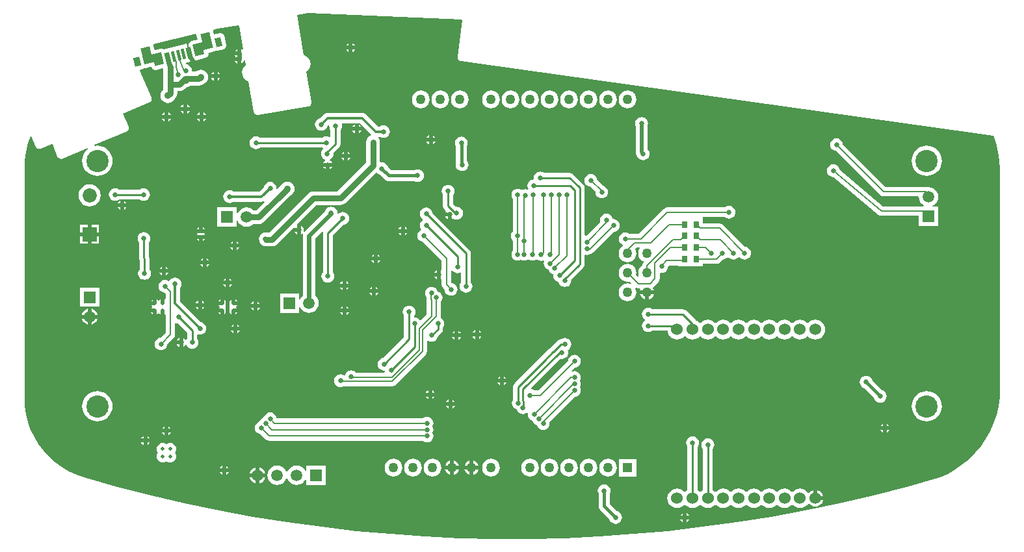
<source format=gbl>
%FSLAX44Y44*%
%MOMM*%
G71*
G01*
G75*
G04 Layer_Physical_Order=2*
G04 Layer_Color=16711680*
%ADD10C,0.7620*%
G04:AMPARAMS|DCode=11|XSize=2mm|YSize=1.75mm|CornerRadius=0mm|HoleSize=0mm|Usage=FLASHONLY|Rotation=279.640|XOffset=0mm|YOffset=0mm|HoleType=Round|Shape=Rectangle|*
%AMROTATEDRECTD11*
4,1,4,-1.0301,0.8394,0.6952,1.1324,1.0301,-0.8394,-0.6952,-1.1324,-1.0301,0.8394,0.0*
%
%ADD11ROTATEDRECTD11*%

%ADD12R,2.3000X2.3000*%
%ADD13R,0.8000X0.9000*%
%ADD14O,1.7500X0.3000*%
%ADD15R,0.7000X0.9000*%
%ADD16R,0.9000X0.7000*%
%ADD17R,0.9000X0.8000*%
%ADD18R,0.4900X0.3000*%
%ADD19R,0.5200X0.3000*%
%ADD20R,1.7000X1.1000*%
%ADD21C,0.4000*%
%ADD22R,1.0000X1.0000*%
%ADD23R,0.7000X1.4000*%
%ADD24R,0.5500X0.9500*%
%ADD25O,0.2800X0.8500*%
%ADD26R,2.4000X1.6500*%
%ADD27R,0.7000X0.3000*%
%ADD28R,1.0000X1.6000*%
%ADD29R,0.4500X0.8500*%
%ADD30R,2.4000X1.5000*%
%ADD31R,0.8500X0.7000*%
%ADD32O,0.7000X2.0000*%
%ADD33O,1.3500X0.4500*%
%ADD34R,2.0000X0.4000*%
G04:AMPARAMS|DCode=35|XSize=1.524mm|YSize=2.8448mm|CornerRadius=0mm|HoleSize=0mm|Usage=FLASHONLY|Rotation=82.000|XOffset=0mm|YOffset=0mm|HoleType=Round|Shape=Rectangle|*
%AMROTATEDRECTD35*
4,1,4,1.3025,-0.9525,-1.5146,-0.5566,-1.3025,0.9525,1.5146,0.5566,1.3025,-0.9525,0.0*
%
%ADD35ROTATEDRECTD35*%

G04:AMPARAMS|DCode=36|XSize=1.524mm|YSize=2.8448mm|CornerRadius=0mm|HoleSize=0mm|Usage=FLASHONLY|Rotation=352.000|XOffset=0mm|YOffset=0mm|HoleType=Round|Shape=Rectangle|*
%AMROTATEDRECTD36*
4,1,4,-0.9525,-1.3025,-0.5566,1.5146,0.9525,1.3025,0.5566,-1.5146,-0.9525,-1.3025,0.0*
%
%ADD36ROTATEDRECTD36*%

%ADD37O,0.3000X1.7500*%
%ADD38R,0.2500X0.7000*%
%ADD39R,2.3800X1.6500*%
%ADD40R,0.3000X0.4900*%
%ADD41R,0.3000X0.5200*%
%ADD42C,0.1905*%
%ADD43C,0.4064*%
%ADD44C,0.5080*%
%ADD45C,0.2540*%
%ADD46C,0.3048*%
%ADD47C,0.2032*%
%ADD48C,0.6096*%
%ADD49C,1.0160*%
%ADD50C,0.3556*%
%ADD51C,1.2700*%
%ADD52R,0.7000X0.2800*%
%ADD53R,1.5000X1.5000*%
%ADD54C,1.5000*%
%ADD55C,1.8500*%
%ADD56R,1.8500X1.8500*%
%ADD57R,1.5000X1.5000*%
%ADD58C,1.2700*%
%ADD59R,1.2700X1.2700*%
%ADD60C,1.5240*%
%ADD61C,2.9000*%
%ADD62C,0.6350*%
%ADD63C,0.9000*%
%ADD64C,0.7000*%
%ADD65C,0.5000*%
%ADD66C,0.6350*%
G04:AMPARAMS|DCode=67|XSize=0.65mm|YSize=1.35mm|CornerRadius=0mm|HoleSize=0mm|Usage=FLASHONLY|Rotation=13.600|XOffset=0mm|YOffset=0mm|HoleType=Round|Shape=Rectangle|*
%AMROTATEDRECTD67*
4,1,4,-0.1572,-0.7325,-0.4746,0.5797,0.1572,0.7325,0.4746,-0.5797,-0.1572,-0.7325,0.0*
%
%ADD67ROTATEDRECTD67*%

G04:AMPARAMS|DCode=68|XSize=0.4mm|YSize=1.35mm|CornerRadius=0mm|HoleSize=0mm|Usage=FLASHONLY|Rotation=13.600|XOffset=0mm|YOffset=0mm|HoleType=Round|Shape=Rectangle|*
%AMROTATEDRECTD68*
4,1,4,-0.0357,-0.7031,-0.3531,0.6090,0.0357,0.7031,0.3531,-0.6090,-0.0357,-0.7031,0.0*
%
%ADD68ROTATEDRECTD68*%

G04:AMPARAMS|DCode=69|XSize=0.825mm|YSize=1.15mm|CornerRadius=0mm|HoleSize=0mm|Usage=FLASHONLY|Rotation=13.600|XOffset=0mm|YOffset=0mm|HoleType=Round|Shape=Rectangle|*
%AMROTATEDRECTD69*
4,1,4,-0.2657,-0.6559,-0.5361,0.4619,0.2657,0.6559,0.5361,-0.4619,-0.2657,-0.6559,0.0*
%
%ADD69ROTATEDRECTD69*%

G04:AMPARAMS|DCode=70|XSize=0.775mm|YSize=1.15mm|CornerRadius=0mm|HoleSize=0mm|Usage=FLASHONLY|Rotation=13.600|XOffset=0mm|YOffset=0mm|HoleType=Round|Shape=Rectangle|*
%AMROTATEDRECTD70*
4,1,4,-0.2414,-0.6500,-0.5118,0.4678,0.2414,0.6500,0.5118,-0.4678,-0.2414,-0.6500,0.0*
%
%ADD70ROTATEDRECTD70*%

G04:AMPARAMS|DCode=71|XSize=1.2mm|YSize=1.55mm|CornerRadius=0mm|HoleSize=0mm|Usage=FLASHONLY|Rotation=13.600|XOffset=0mm|YOffset=0mm|HoleType=Round|Shape=Rectangle|*
%AMROTATEDRECTD71*
4,1,4,-0.4009,-0.8943,-0.7654,0.6122,0.4009,0.8943,0.7654,-0.6122,-0.4009,-0.8943,0.0*
%
%ADD71ROTATEDRECTD71*%

G04:AMPARAMS|DCode=72|XSize=2.51mm|YSize=1mm|CornerRadius=0mm|HoleSize=0mm|Usage=FLASHONLY|Rotation=13.600|XOffset=0mm|YOffset=0mm|HoleType=Round|Shape=Rectangle|*
%AMROTATEDRECTD72*
4,1,4,-1.1022,-0.7811,-1.3374,0.1909,1.1022,0.7811,1.3374,-0.1909,-1.1022,-0.7811,0.0*
%
%ADD72ROTATEDRECTD72*%

G04:AMPARAMS|DCode=73|XSize=1.2mm|YSize=2.1mm|CornerRadius=0mm|HoleSize=0mm|Usage=FLASHONLY|Rotation=13.600|XOffset=0mm|YOffset=0mm|HoleType=Round|Shape=Rectangle|*
%AMROTATEDRECTD73*
4,1,4,-0.3363,-1.1617,-0.8301,0.8795,0.3363,1.1617,0.8301,-0.8795,-0.3363,-1.1617,0.0*
%
%ADD73ROTATEDRECTD73*%

G36*
X-65257Y344360D02*
X-64443Y343385D01*
X-71106Y295979D01*
X-70991Y293962D01*
X-70113Y292141D01*
X-68605Y290796D01*
X-66697Y290129D01*
X627019Y192634D01*
X630228Y183059D01*
X632872Y171819D01*
X634467Y160384D01*
X635000Y148850D01*
Y-148850D01*
X633393Y-160116D01*
X630769Y-171189D01*
X627148Y-181978D01*
X622561Y-192393D01*
X617046Y-202347D01*
X610649Y-211758D01*
X603422Y-220549D01*
X595426Y-228646D01*
X586726Y-235982D01*
X577395Y-242497D01*
X567510Y-248136D01*
X557154Y-252853D01*
X513660Y-265091D01*
X469897Y-276332D01*
X425888Y-286570D01*
X381657Y-295800D01*
X337227Y-304016D01*
X292621Y-311215D01*
X247861Y-317392D01*
X202972Y-322545D01*
X157978Y-326670D01*
X112900Y-329766D01*
X67764Y-331831D01*
X22592Y-332864D01*
X-22592D01*
X-67764Y-331831D01*
X-112900Y-329766D01*
X-157977Y-326670D01*
X-202972Y-322545D01*
X-247861Y-317392D01*
X-292620Y-311215D01*
X-337227Y-304016D01*
X-381657Y-295800D01*
X-425888Y-286570D01*
X-469897Y-276332D01*
X-513660Y-265091D01*
X-557154Y-252853D01*
X-567269Y-249330D01*
X-576987Y-244826D01*
X-586213Y-239385D01*
X-594857Y-233060D01*
X-602835Y-225913D01*
X-610068Y-218013D01*
X-616486Y-209438D01*
X-622027Y-200272D01*
X-626636Y-190603D01*
X-630268Y-180527D01*
X-632888Y-170141D01*
X-634471Y-159548D01*
X-635000Y-148850D01*
Y148850D01*
X-634467Y160384D01*
X-632872Y171819D01*
X-630228Y183059D01*
X-627157Y192221D01*
X-625888Y192270D01*
X-620145Y178740D01*
X-619007Y177069D01*
X-617317Y175961D01*
X-615332Y175584D01*
X-613694Y175925D01*
X-613353Y175996D01*
X-599617Y181826D01*
X-598439Y181351D01*
X-591827Y165773D01*
X-590690Y164103D01*
X-589000Y162995D01*
X-587014Y162618D01*
D01*
X-587014D01*
X-585036Y163029D01*
X-552140Y176993D01*
X-551482Y175906D01*
X-553912Y173912D01*
X-556359Y170931D01*
X-558177Y167529D01*
X-559297Y163838D01*
X-559675Y160000D01*
X-559297Y156162D01*
X-558177Y152471D01*
X-556359Y149069D01*
X-553912Y146088D01*
X-550931Y143641D01*
X-547529Y141823D01*
X-543838Y140703D01*
X-540000Y140325D01*
X-536162Y140703D01*
X-532471Y141823D01*
X-529069Y143641D01*
X-526088Y146088D01*
X-523641Y149069D01*
X-521823Y152471D01*
X-520703Y156162D01*
X-520325Y160000D01*
X-520703Y163838D01*
X-521823Y167529D01*
X-523641Y170931D01*
X-526088Y173912D01*
X-529069Y176359D01*
X-532471Y178177D01*
X-536162Y179297D01*
X-540000Y179675D01*
X-543397Y179340D01*
X-543711Y180571D01*
X-502190Y198195D01*
X-500520Y199333D01*
X-499412Y201023D01*
X-499035Y203008D01*
X-499446Y204987D01*
X-499446Y204987D01*
X-506409Y221391D01*
X-472516Y235777D01*
X-470845Y236915D01*
X-469737Y238605D01*
X-469360Y240590D01*
X-469772Y242569D01*
X-469772Y242569D01*
X-484687Y277707D01*
X-484117Y278842D01*
X-481901Y279378D01*
X-481901D01*
X-480067Y280227D01*
X-479635Y280696D01*
X-479459Y280631D01*
X-477440Y280714D01*
X-471309Y282197D01*
X-469666Y282265D01*
X-468816Y280431D01*
X-467330Y279062D01*
X-465433Y278365D01*
X-463414Y278448D01*
X-454965Y280492D01*
X-453967Y279707D01*
Y257912D01*
Y252402D01*
X-454861Y251716D01*
X-456396Y249715D01*
X-457361Y247385D01*
X-457691Y244884D01*
X-457361Y242383D01*
X-456396Y240053D01*
X-454861Y238051D01*
X-452859Y236516D01*
X-450529Y235550D01*
X-448028Y235221D01*
X-445527Y235550D01*
X-443197Y236516D01*
X-441195Y238051D01*
X-439660Y240053D01*
X-439293Y240938D01*
X-438660Y241572D01*
X-437235Y243429D01*
X-436339Y245591D01*
X-436033Y247912D01*
Y251033D01*
X-432912D01*
X-430591Y251339D01*
X-428429Y252235D01*
X-426572Y253660D01*
X-424077Y256154D01*
X-422678Y256338D01*
X-420516Y257234D01*
X-419167Y258269D01*
X-407388D01*
X-405067Y258575D01*
X-402905Y259471D01*
X-401649Y260434D01*
X-400525Y260900D01*
X-398523Y262435D01*
X-396988Y264437D01*
X-396023Y266767D01*
X-395693Y269268D01*
X-396023Y271769D01*
X-396988Y274099D01*
X-398523Y276101D01*
X-400525Y277636D01*
X-402855Y278601D01*
X-405356Y278931D01*
X-407857Y278601D01*
X-410187Y277636D01*
X-412055Y276203D01*
X-415882D01*
X-416719Y277157D01*
X-416674Y277500D01*
X-416958Y279655D01*
X-417789Y281663D01*
X-419113Y283388D01*
X-420837Y284711D01*
X-422845Y285543D01*
X-424162Y285716D01*
X-424702Y287065D01*
X-424119Y288194D01*
X-418195Y289627D01*
X-418461Y290729D01*
X-418461Y290730D01*
X-420976Y301126D01*
X-423280Y310649D01*
X-423280Y310649D01*
X-423758Y312624D01*
X-430076Y311095D01*
X-430076Y311095D01*
X-430076Y311095D01*
X-436394Y309567D01*
X-436394Y309567D01*
X-436394Y309567D01*
X-450157Y306237D01*
Y306237D01*
X-450157Y306237D01*
X-453516Y305424D01*
X-453914Y305791D01*
X-455812Y306487D01*
X-457831Y306404D01*
X-464656Y304753D01*
X-465740Y305415D01*
X-466898Y310200D01*
X-467248Y310955D01*
X-466695Y312099D01*
X-411727Y325381D01*
X-410713Y324616D01*
X-410680Y323800D01*
X-409311Y318143D01*
X-417009Y316280D01*
X-418843Y315431D01*
X-420212Y313944D01*
X-420909Y312047D01*
X-420875Y311231D01*
X-420876Y311230D01*
X-420826Y310028D01*
X-420826Y310027D01*
Y310027D01*
X-418800Y301652D01*
X-417181Y294962D01*
X-416332Y293128D01*
X-415569Y292425D01*
X-415553Y292357D01*
X-415506Y292368D01*
X-414845Y291759D01*
X-412948Y291063D01*
X-410929Y291146D01*
X-399265Y293967D01*
X-397431Y294817D01*
X-396062Y296303D01*
X-395366Y298200D01*
X-395449Y300220D01*
X-395524Y300532D01*
X-387826Y302394D01*
X-385992Y303243D01*
X-385712Y303547D01*
X-385326Y303405D01*
X-385325D01*
D01*
X-383306Y303488D01*
X-375774Y305310D01*
X-375774D01*
X-373940Y306159D01*
X-372570Y307646D01*
X-371874Y309543D01*
X-371957Y311562D01*
X-374661Y322740D01*
X-375511Y324574D01*
X-376997Y325943D01*
X-378894Y326639D01*
X-380914Y326556D01*
X-387932Y324859D01*
X-388947Y329058D01*
X-389288Y329793D01*
X-388736Y330937D01*
X-383321Y332245D01*
X-356326Y336867D01*
X-355289Y336132D01*
X-350106Y305617D01*
X-351172Y304927D01*
X-352460Y305787D01*
Y300000D01*
X-355000D01*
Y297460D01*
X-360787D01*
X-359979Y296250D01*
X-360787Y295040D01*
X-355000D01*
Y292500D01*
X-352460D01*
Y286713D01*
X-350513Y288013D01*
X-349138Y290072D01*
X-348919Y291171D01*
X-347650Y291153D01*
X-346603Y284990D01*
X-347440Y284348D01*
X-347887Y283838D01*
X-348396Y283392D01*
X-349479Y281980D01*
X-349779Y281373D01*
X-350155Y280809D01*
X-350836Y279166D01*
X-350968Y278501D01*
X-351186Y277860D01*
X-351418Y276096D01*
X-351374Y275420D01*
X-351418Y274744D01*
X-351236Y273365D01*
X-351206Y273274D01*
X-351172Y273015D01*
X-351171Y272981D01*
X-351165Y272968D01*
X-351103Y272490D01*
X-350885Y271849D01*
X-350753Y271184D01*
X-350072Y269541D01*
X-349695Y268977D01*
X-349396Y268370D01*
X-348313Y266959D01*
X-347804Y266512D01*
X-347357Y266002D01*
X-345946Y264919D01*
X-345338Y264620D01*
X-344775Y264243D01*
X-343131Y263563D01*
X-342957Y263528D01*
X-336241Y223986D01*
X-335520Y222098D01*
X-334132Y220629D01*
X-332287Y219804D01*
X-330267Y219747D01*
D01*
X-330267D01*
X-265199Y230799D01*
D01*
X-265199D01*
X-263311Y231520D01*
X-261842Y232908D01*
X-261017Y234753D01*
X-260960Y236773D01*
X-267652Y276170D01*
X-266461Y277083D01*
X-266014Y277593D01*
X-265505Y278040D01*
X-264383Y279502D01*
X-264083Y280109D01*
X-263707Y280673D01*
X-263002Y282376D01*
X-262869Y283040D01*
X-262652Y283682D01*
X-262411Y285509D01*
X-262455Y286185D01*
X-262411Y286861D01*
X-262565Y288034D01*
D01*
Y288034D01*
X-262652Y288689D01*
X-262869Y289330D01*
X-263002Y289995D01*
X-263707Y291697D01*
X-264083Y292261D01*
X-264383Y292868D01*
X-265505Y294331D01*
X-266014Y294777D01*
X-266461Y295287D01*
X-267924Y296409D01*
X-268531Y296708D01*
X-269094Y297085D01*
X-270797Y297790D01*
X-271343Y297899D01*
X-280176Y349904D01*
X-265372Y352438D01*
X-65257Y344360D01*
D02*
G37*
%LPC*%
G36*
X-69596Y-61777D02*
Y-65024D01*
X-66349D01*
X-67649Y-63078D01*
X-69596Y-61777D01*
D02*
G37*
G36*
X-354385Y-61468D02*
X-357632D01*
Y-64715D01*
X-355686Y-63415D01*
X-354385Y-61468D01*
D02*
G37*
G36*
X-362712D02*
X-365959D01*
X-364659Y-63415D01*
X-362712Y-64715D01*
Y-61468D01*
D02*
G37*
G36*
X-48260Y-69088D02*
X-51507D01*
X-50207Y-71035D01*
X-48260Y-72335D01*
Y-69088D01*
D02*
G37*
G36*
X-39933D02*
X-43180D01*
Y-72335D01*
X-41234Y-71035D01*
X-39933Y-69088D01*
D02*
G37*
G36*
X-74676Y-61777D02*
X-76623Y-63078D01*
X-77923Y-65024D01*
X-74676D01*
Y-61777D01*
D02*
G37*
G36*
X-48260Y-60761D02*
X-50207Y-62062D01*
X-51507Y-64008D01*
X-48260D01*
Y-60761D01*
D02*
G37*
G36*
X-552540Y-45668D02*
X-560305D01*
X-560276Y-45882D01*
X-559214Y-48447D01*
X-557523Y-50651D01*
X-555320Y-52342D01*
X-552754Y-53404D01*
X-552540Y-53433D01*
Y-45668D01*
D02*
G37*
G36*
X-539695D02*
X-547460D01*
Y-53433D01*
X-547247Y-53404D01*
X-544680Y-52342D01*
X-542477Y-50651D01*
X-540786Y-48447D01*
X-539724Y-45882D01*
X-539695Y-45668D01*
D02*
G37*
G36*
X-104807Y-4214D02*
X-106962Y-4498D01*
X-108970Y-5330D01*
X-110695Y-6653D01*
X-112018Y-8378D01*
X-112850Y-10386D01*
X-113133Y-12541D01*
X-112850Y-14696D01*
X-112018Y-16704D01*
X-111319Y-17615D01*
Y-21045D01*
X-111023Y-22534D01*
Y-40097D01*
X-118803Y-47878D01*
X-120070Y-47795D01*
X-121112Y-46437D01*
X-122837Y-45113D01*
X-124845Y-44282D01*
X-127000Y-43998D01*
X-127638Y-43439D01*
Y-42207D01*
X-126901Y-41247D01*
X-126069Y-39239D01*
X-125786Y-37084D01*
X-126069Y-34929D01*
X-126901Y-32921D01*
X-128224Y-31196D01*
X-129949Y-29873D01*
X-131957Y-29042D01*
X-134112Y-28758D01*
X-136267Y-29042D01*
X-138275Y-29873D01*
X-140000Y-31196D01*
X-141323Y-32921D01*
X-142155Y-34929D01*
X-142438Y-37084D01*
X-142155Y-39239D01*
X-141323Y-41247D01*
X-140587Y-42207D01*
Y-69962D01*
X-167580Y-96956D01*
X-168779Y-97114D01*
X-170787Y-97945D01*
X-172512Y-99269D01*
X-173835Y-100993D01*
X-174667Y-103001D01*
X-174950Y-105156D01*
X-174667Y-107311D01*
X-173835Y-109319D01*
X-172512Y-111044D01*
X-170787Y-112367D01*
X-168779Y-113199D01*
X-166624Y-113482D01*
X-165795Y-113373D01*
X-165580Y-115004D01*
X-166417Y-115959D01*
X-203075D01*
X-203409Y-115525D01*
X-205133Y-114201D01*
X-207141Y-113370D01*
X-209296Y-113086D01*
X-211451Y-113370D01*
X-213459Y-114201D01*
X-215184Y-115525D01*
X-216507Y-117249D01*
X-217339Y-119257D01*
X-217361Y-119427D01*
X-218534Y-119913D01*
X-219357Y-119281D01*
X-221365Y-118449D01*
X-223520Y-118166D01*
X-225675Y-118449D01*
X-227683Y-119281D01*
X-229408Y-120604D01*
X-230731Y-122329D01*
X-231563Y-124337D01*
X-231846Y-126492D01*
X-231563Y-128647D01*
X-230731Y-130655D01*
X-229408Y-132380D01*
X-227683Y-133703D01*
X-225675Y-134535D01*
X-223520Y-134818D01*
X-221365Y-134535D01*
X-219713Y-133850D01*
X-155924D01*
X-153940Y-133456D01*
X-153545Y-133377D01*
X-151529Y-132030D01*
X-112445Y-92946D01*
X-111098Y-90930D01*
X-110625Y-88551D01*
Y-74819D01*
X-109486Y-74257D01*
X-108811Y-74775D01*
X-106803Y-75607D01*
X-104648Y-75890D01*
X-102493Y-75607D01*
X-100485Y-74775D01*
X-98760Y-73452D01*
X-97437Y-71727D01*
X-96606Y-69719D01*
X-96448Y-68520D01*
X-91942Y-64014D01*
X-90539Y-61914D01*
X-90046Y-59436D01*
Y-57447D01*
X-89309Y-56487D01*
X-88477Y-54479D01*
X-88194Y-52324D01*
X-88477Y-50169D01*
X-89309Y-48161D01*
X-90632Y-46437D01*
X-92357Y-45113D01*
X-93123Y-44796D01*
X-92665Y-42492D01*
Y-23928D01*
X-91670Y-22631D01*
X-90838Y-20623D01*
X-90554Y-18468D01*
X-90838Y-16313D01*
X-91670Y-14305D01*
X-92993Y-12580D01*
X-94717Y-11257D01*
X-96725Y-10425D01*
X-96760Y-10421D01*
X-96765Y-10386D01*
X-97597Y-8378D01*
X-98920Y-6653D01*
X-100644Y-5330D01*
X-102652Y-4498D01*
X-104807Y-4214D01*
D02*
G37*
G36*
X-43180Y-60761D02*
Y-64008D01*
X-39933D01*
X-41234Y-62062D01*
X-43180Y-60761D01*
D02*
G37*
G36*
X-362712Y-53141D02*
X-364659Y-54441D01*
X-365959Y-56388D01*
X-362712D01*
Y-53141D01*
D02*
G37*
G36*
X-357632D02*
Y-56388D01*
X-354385D01*
X-355686Y-54441D01*
X-357632Y-53141D01*
D02*
G37*
G36*
X177500Y-31674D02*
X175345Y-31957D01*
X173337Y-32789D01*
X171612Y-34113D01*
X170289Y-35837D01*
X169457Y-37845D01*
X169174Y-40000D01*
X169457Y-42155D01*
X170289Y-44163D01*
X171612Y-45887D01*
X172886Y-46865D01*
Y-48135D01*
X171612Y-49113D01*
X170289Y-50837D01*
X169457Y-52845D01*
X169174Y-55000D01*
X169457Y-57155D01*
X170289Y-59163D01*
X171612Y-60887D01*
X173337Y-62211D01*
X175345Y-63042D01*
X177500Y-63326D01*
X179655Y-63042D01*
X181663Y-62211D01*
X182623Y-61474D01*
X202384D01*
X202627Y-63315D01*
X203907Y-66405D01*
X205942Y-69058D01*
X208595Y-71093D01*
X211685Y-72373D01*
X215000Y-72810D01*
X218315Y-72373D01*
X221405Y-71093D01*
X224058Y-69058D01*
X224365Y-68657D01*
X225635D01*
X225942Y-69058D01*
X228595Y-71093D01*
X231685Y-72373D01*
X235000Y-72810D01*
X238315Y-72373D01*
X241405Y-71093D01*
X244058Y-69058D01*
X244365Y-68657D01*
X245635D01*
X245942Y-69058D01*
X248595Y-71093D01*
X251685Y-72373D01*
X255000Y-72810D01*
X258315Y-72373D01*
X261405Y-71093D01*
X264058Y-69058D01*
X264365Y-68657D01*
X265635D01*
X265942Y-69058D01*
X268595Y-71093D01*
X271685Y-72373D01*
X275000Y-72810D01*
X278315Y-72373D01*
X281405Y-71093D01*
X284058Y-69058D01*
X284365Y-68657D01*
X285635D01*
X285942Y-69058D01*
X288595Y-71093D01*
X291685Y-72373D01*
X295000Y-72810D01*
X298315Y-72373D01*
X301405Y-71093D01*
X304058Y-69058D01*
X304365Y-68657D01*
X305635D01*
X305942Y-69058D01*
X308595Y-71093D01*
X311685Y-72373D01*
X315000Y-72810D01*
X318315Y-72373D01*
X321405Y-71093D01*
X324058Y-69058D01*
X324365Y-68657D01*
X325635D01*
X325942Y-69058D01*
X328595Y-71093D01*
X331685Y-72373D01*
X335000Y-72810D01*
X338315Y-72373D01*
X341405Y-71093D01*
X344058Y-69058D01*
X344365Y-68657D01*
X345635D01*
X345942Y-69058D01*
X348595Y-71093D01*
X351685Y-72373D01*
X355000Y-72810D01*
X358315Y-72373D01*
X361405Y-71093D01*
X364058Y-69058D01*
X364365Y-68657D01*
X365635D01*
X365942Y-69058D01*
X368595Y-71093D01*
X371685Y-72373D01*
X375000Y-72810D01*
X378315Y-72373D01*
X381405Y-71093D01*
X384058Y-69058D01*
X384365Y-68657D01*
X385635D01*
X385942Y-69058D01*
X388595Y-71093D01*
X391685Y-72373D01*
X395000Y-72810D01*
X398315Y-72373D01*
X401405Y-71093D01*
X404058Y-69058D01*
X406093Y-66405D01*
X407373Y-63315D01*
X407810Y-60000D01*
X407373Y-56685D01*
X406093Y-53595D01*
X404058Y-50942D01*
X401405Y-48907D01*
X398315Y-47627D01*
X395000Y-47190D01*
X391685Y-47627D01*
X388595Y-48907D01*
X385942Y-50942D01*
X385635Y-51343D01*
X384365D01*
X384058Y-50942D01*
X381405Y-48907D01*
X378315Y-47627D01*
X375000Y-47190D01*
X371685Y-47627D01*
X368595Y-48907D01*
X365942Y-50942D01*
X365635Y-51343D01*
X364365D01*
X364058Y-50942D01*
X361405Y-48907D01*
X358315Y-47627D01*
X355000Y-47190D01*
X351685Y-47627D01*
X348595Y-48907D01*
X345942Y-50942D01*
X345635Y-51343D01*
X344365D01*
X344058Y-50942D01*
X341405Y-48907D01*
X338315Y-47627D01*
X335000Y-47190D01*
X331685Y-47627D01*
X328595Y-48907D01*
X325942Y-50942D01*
X325635Y-51343D01*
X324365D01*
X324058Y-50942D01*
X321405Y-48907D01*
X318315Y-47627D01*
X315000Y-47190D01*
X311685Y-47627D01*
X308595Y-48907D01*
X305942Y-50942D01*
X305635Y-51343D01*
X304365D01*
X304058Y-50942D01*
X301405Y-48907D01*
X298315Y-47627D01*
X295000Y-47190D01*
X291685Y-47627D01*
X288595Y-48907D01*
X285942Y-50942D01*
X285635Y-51343D01*
X284365D01*
X284058Y-50942D01*
X281405Y-48907D01*
X278315Y-47627D01*
X275000Y-47190D01*
X271685Y-47627D01*
X268595Y-48907D01*
X265942Y-50942D01*
X265635Y-51343D01*
X264365D01*
X264058Y-50942D01*
X261405Y-48907D01*
X258315Y-47627D01*
X255000Y-47190D01*
X251685Y-47627D01*
X248595Y-48907D01*
X245942Y-50942D01*
X245635Y-51343D01*
X244365D01*
X244058Y-50942D01*
X241405Y-48907D01*
X239789Y-48237D01*
X239578Y-47922D01*
X227078Y-35422D01*
X224978Y-34018D01*
X222500Y-33526D01*
X182623D01*
X181663Y-32789D01*
X179655Y-31957D01*
X177500Y-31674D01*
D02*
G37*
G36*
X-109220Y-138993D02*
X-111167Y-140294D01*
X-112467Y-142240D01*
X-109220D01*
Y-138993D01*
D02*
G37*
G36*
X-104140D02*
Y-142240D01*
X-100893D01*
X-102193Y-140294D01*
X-104140Y-138993D01*
D02*
G37*
G36*
X-15748Y-129032D02*
X-18995D01*
X-17695Y-130979D01*
X-15748Y-132279D01*
Y-129032D01*
D02*
G37*
G36*
X-77724Y-151185D02*
Y-154432D01*
X-74477D01*
X-75778Y-152486D01*
X-77724Y-151185D01*
D02*
G37*
G36*
X-109220Y-147320D02*
X-112467D01*
X-111167Y-149267D01*
X-109220Y-150567D01*
Y-147320D01*
D02*
G37*
G36*
X-100893D02*
X-104140D01*
Y-150567D01*
X-102193Y-149267D01*
X-100893Y-147320D01*
D02*
G37*
G36*
X-7421Y-129032D02*
X-10668D01*
Y-132279D01*
X-8722Y-130979D01*
X-7421Y-129032D01*
D02*
G37*
G36*
X-433324Y-70921D02*
X-435271Y-72221D01*
X-436571Y-74168D01*
X-433324D01*
Y-70921D01*
D02*
G37*
G36*
X-74676Y-70104D02*
X-77923D01*
X-76623Y-72051D01*
X-74676Y-73351D01*
Y-70104D01*
D02*
G37*
G36*
X-66349D02*
X-69596D01*
Y-73351D01*
X-67649Y-72051D01*
X-66349Y-70104D01*
D02*
G37*
G36*
X-15748Y-120705D02*
X-17695Y-122006D01*
X-18995Y-123952D01*
X-15748D01*
Y-120705D01*
D02*
G37*
G36*
X-10668D02*
Y-123952D01*
X-7421D01*
X-8722Y-122006D01*
X-10668Y-120705D01*
D02*
G37*
G36*
X-433324Y-79248D02*
X-436571D01*
X-435271Y-81195D01*
X-433324Y-82495D01*
Y-79248D01*
D02*
G37*
G36*
X-331724Y-23169D02*
Y-26416D01*
X-328477D01*
X-329777Y-24469D01*
X-331724Y-23169D01*
D02*
G37*
G36*
X-408940Y-22153D02*
X-410887Y-23454D01*
X-412187Y-25400D01*
X-408940D01*
Y-22153D01*
D02*
G37*
G36*
X-403860D02*
Y-25400D01*
X-400613D01*
X-401913Y-23454D01*
X-403860Y-22153D01*
D02*
G37*
G36*
X-215524Y-29641D02*
Y-32888D01*
X-212277D01*
X-213577Y-30942D01*
X-215524Y-29641D01*
D02*
G37*
G36*
X-537420Y-5148D02*
X-562580D01*
Y-30308D01*
X-537420D01*
Y-5148D01*
D02*
G37*
G36*
X-336804Y-23169D02*
X-338751Y-24469D01*
X-340051Y-26416D01*
X-336804D01*
Y-23169D01*
D02*
G37*
G36*
X-467540Y-20453D02*
X-469000Y-21428D01*
X-469975Y-22888D01*
X-467540D01*
Y-20453D01*
D02*
G37*
G36*
X185015Y-13970D02*
X178435D01*
Y-20550D01*
X180635Y-19639D01*
X182598Y-18133D01*
X184104Y-16170D01*
X185015Y-13970D01*
D02*
G37*
G36*
X-182372Y-12192D02*
X-185619D01*
X-184319Y-14139D01*
X-182372Y-15439D01*
Y-12192D01*
D02*
G37*
G36*
X-174045D02*
X-177292D01*
Y-15439D01*
X-175345Y-14139D01*
X-174045Y-12192D01*
D02*
G37*
G36*
X-380040Y-20453D02*
X-381500Y-21428D01*
X-382475Y-22888D01*
X-380040D01*
Y-20453D01*
D02*
G37*
G36*
X-359960D02*
Y-22888D01*
X-357525D01*
X-358500Y-21428D01*
X-359960Y-20453D01*
D02*
G37*
G36*
X173355Y-13970D02*
X166775D01*
X167686Y-16170D01*
X169192Y-18133D01*
X171155Y-19639D01*
X173355Y-20550D01*
Y-13970D01*
D02*
G37*
G36*
X-220604Y-29641D02*
X-222551Y-30942D01*
X-223851Y-32888D01*
X-220604D01*
Y-29641D01*
D02*
G37*
G36*
X-547460Y-32823D02*
Y-40588D01*
X-539695D01*
X-539724Y-40374D01*
X-540786Y-37808D01*
X-542477Y-35605D01*
X-544680Y-33914D01*
X-547247Y-32852D01*
X-547460Y-32823D01*
D02*
G37*
G36*
X-467540Y-37968D02*
X-469975D01*
X-469000Y-39428D01*
X-467540Y-40403D01*
Y-37968D01*
D02*
G37*
G36*
X-380040D02*
X-382475D01*
X-381500Y-39428D01*
X-380040Y-40403D01*
Y-37968D01*
D02*
G37*
G36*
X-220604D02*
X-223851D01*
X-222551Y-39915D01*
X-220604Y-41215D01*
Y-37968D01*
D02*
G37*
G36*
X-212277D02*
X-215524D01*
Y-41215D01*
X-213577Y-39915D01*
X-212277Y-37968D01*
D02*
G37*
G36*
X-552540Y-32823D02*
X-552754Y-32852D01*
X-555320Y-33914D01*
X-557523Y-35605D01*
X-559214Y-37808D01*
X-560276Y-40374D01*
X-560305Y-40588D01*
X-552540D01*
Y-32823D01*
D02*
G37*
G36*
X-374960Y-20453D02*
Y-25428D01*
X-377500D01*
Y-27968D01*
X-382475D01*
X-381500Y-29428D01*
X-380954Y-29793D01*
Y-31063D01*
X-381500Y-31428D01*
X-382475Y-32888D01*
X-377500D01*
Y-35428D01*
X-374960D01*
Y-40403D01*
X-373500Y-39428D01*
X-372540Y-37991D01*
Y-30428D01*
Y-22865D01*
X-373500Y-21428D01*
X-374960Y-20453D01*
D02*
G37*
G36*
X-328477Y-31496D02*
X-331724D01*
Y-34743D01*
X-329777Y-33443D01*
X-328477Y-31496D01*
D02*
G37*
G36*
X-408940Y-30480D02*
X-412187D01*
X-410887Y-32427D01*
X-408940Y-33727D01*
Y-30480D01*
D02*
G37*
G36*
X-400613D02*
X-403860D01*
Y-33727D01*
X-401913Y-32427D01*
X-400613Y-30480D01*
D02*
G37*
G36*
X-365040Y-20453D02*
X-366500Y-21428D01*
X-367460Y-22865D01*
Y-30428D01*
Y-37991D01*
X-366500Y-39428D01*
X-365040Y-40403D01*
Y-35428D01*
X-362500D01*
Y-32888D01*
X-357525D01*
X-358500Y-31428D01*
X-359047Y-31063D01*
Y-29793D01*
X-358500Y-29428D01*
X-357525Y-27968D01*
X-362500D01*
Y-25428D01*
X-365040D01*
Y-20453D01*
D02*
G37*
G36*
X-357525Y-37968D02*
X-359960D01*
Y-40403D01*
X-358500Y-39428D01*
X-357525Y-37968D01*
D02*
G37*
G36*
X-336804Y-31496D02*
X-340051D01*
X-338751Y-33443D01*
X-336804Y-34743D01*
Y-31496D01*
D02*
G37*
G36*
X-82804Y-151185D02*
X-84751Y-152486D01*
X-86051Y-154432D01*
X-82804D01*
Y-151185D01*
D02*
G37*
G36*
X125095Y-228501D02*
X122111Y-228894D01*
X119331Y-230046D01*
X116943Y-231878D01*
X115111Y-234266D01*
X113959Y-237046D01*
X113566Y-240030D01*
X113959Y-243014D01*
X115111Y-245794D01*
X116943Y-248182D01*
X119331Y-250014D01*
X122111Y-251166D01*
X125095Y-251559D01*
X128079Y-251166D01*
X130859Y-250014D01*
X133247Y-248182D01*
X135079Y-245794D01*
X136231Y-243014D01*
X136624Y-240030D01*
X136231Y-237046D01*
X135079Y-234266D01*
X133247Y-231878D01*
X130859Y-230046D01*
X128079Y-228894D01*
X125095Y-228501D01*
D02*
G37*
G36*
X161925Y-228600D02*
X139065D01*
Y-251460D01*
X161925D01*
Y-228600D01*
D02*
G37*
G36*
X-80645Y-242570D02*
X-87225D01*
X-86314Y-244770D01*
X-84808Y-246733D01*
X-82844Y-248239D01*
X-80645Y-249150D01*
Y-242570D01*
D02*
G37*
G36*
X48895Y-228501D02*
X45911Y-228894D01*
X43131Y-230046D01*
X40743Y-231878D01*
X38911Y-234266D01*
X37759Y-237046D01*
X37366Y-240030D01*
X37759Y-243014D01*
X38911Y-245794D01*
X40743Y-248182D01*
X43131Y-250014D01*
X45911Y-251166D01*
X48895Y-251559D01*
X51879Y-251166D01*
X54659Y-250014D01*
X57047Y-248182D01*
X58879Y-245794D01*
X60031Y-243014D01*
X60424Y-240030D01*
X60031Y-237046D01*
X58879Y-234266D01*
X57047Y-231878D01*
X54659Y-230046D01*
X51879Y-228894D01*
X48895Y-228501D01*
D02*
G37*
G36*
X74295D02*
X71311Y-228894D01*
X68531Y-230046D01*
X66143Y-231878D01*
X64311Y-234266D01*
X63159Y-237046D01*
X62766Y-240030D01*
X63159Y-243014D01*
X64311Y-245794D01*
X66143Y-248182D01*
X68531Y-250014D01*
X71311Y-251166D01*
X74295Y-251559D01*
X77279Y-251166D01*
X80059Y-250014D01*
X82447Y-248182D01*
X84279Y-245794D01*
X85431Y-243014D01*
X85824Y-240030D01*
X85431Y-237046D01*
X84279Y-234266D01*
X82447Y-231878D01*
X80059Y-230046D01*
X77279Y-228894D01*
X74295Y-228501D01*
D02*
G37*
G36*
X99695D02*
X96711Y-228894D01*
X93931Y-230046D01*
X91543Y-231878D01*
X89711Y-234266D01*
X88559Y-237046D01*
X88166Y-240030D01*
X88559Y-243014D01*
X89711Y-245794D01*
X91543Y-248182D01*
X93931Y-250014D01*
X96711Y-251166D01*
X99695Y-251559D01*
X102679Y-251166D01*
X105459Y-250014D01*
X107847Y-248182D01*
X109679Y-245794D01*
X110831Y-243014D01*
X111224Y-240030D01*
X110831Y-237046D01*
X109679Y-234266D01*
X107847Y-231878D01*
X105459Y-230046D01*
X102679Y-228894D01*
X99695Y-228501D01*
D02*
G37*
G36*
X-68985Y-242570D02*
X-75565D01*
Y-249150D01*
X-73365Y-248239D01*
X-71402Y-246733D01*
X-69896Y-244770D01*
X-68985Y-242570D01*
D02*
G37*
G36*
X-369117Y-245872D02*
X-372364D01*
Y-249119D01*
X-370418Y-247819D01*
X-369117Y-245872D01*
D02*
G37*
G36*
X-333740Y-239695D02*
X-333954Y-239723D01*
X-336520Y-240786D01*
X-338723Y-242477D01*
X-340414Y-244681D01*
X-341477Y-247246D01*
X-341505Y-247460D01*
X-333740D01*
Y-239695D01*
D02*
G37*
G36*
X-328660D02*
Y-247460D01*
X-320895D01*
X-320924Y-247246D01*
X-321986Y-244681D01*
X-323677Y-242477D01*
X-325881Y-240786D01*
X-328447Y-239723D01*
X-328660Y-239695D01*
D02*
G37*
G36*
X-55245Y-242570D02*
X-61825D01*
X-60914Y-244770D01*
X-59408Y-246733D01*
X-57445Y-248239D01*
X-55245Y-249150D01*
Y-242570D01*
D02*
G37*
G36*
X-43585D02*
X-50165D01*
Y-249150D01*
X-47965Y-248239D01*
X-46002Y-246733D01*
X-44496Y-244770D01*
X-43585Y-242570D01*
D02*
G37*
G36*
X-377444Y-245872D02*
X-380691D01*
X-379391Y-247819D01*
X-377444Y-249119D01*
Y-245872D01*
D02*
G37*
G36*
X23495Y-228501D02*
X20511Y-228894D01*
X17731Y-230046D01*
X15343Y-231878D01*
X13511Y-234266D01*
X12359Y-237046D01*
X11966Y-240030D01*
X12359Y-243014D01*
X13511Y-245794D01*
X15343Y-248182D01*
X17731Y-250014D01*
X20511Y-251166D01*
X23495Y-251559D01*
X26479Y-251166D01*
X29259Y-250014D01*
X31647Y-248182D01*
X33479Y-245794D01*
X34631Y-243014D01*
X35024Y-240030D01*
X34631Y-237046D01*
X33479Y-234266D01*
X31647Y-231878D01*
X29259Y-230046D01*
X26479Y-228894D01*
X23495Y-228501D01*
D02*
G37*
G36*
X222460Y-299213D02*
X220513Y-300513D01*
X219213Y-302460D01*
X222460D01*
Y-299213D01*
D02*
G37*
G36*
X227540D02*
Y-302460D01*
X230787D01*
X229487Y-300513D01*
X227540Y-299213D01*
D02*
G37*
G36*
X397540Y-269574D02*
Y-277460D01*
X405426D01*
X405393Y-277215D01*
X404319Y-274620D01*
X402608Y-272391D01*
X400380Y-270681D01*
X397785Y-269607D01*
X397540Y-269574D01*
D02*
G37*
G36*
X120000Y-261674D02*
X117845Y-261957D01*
X115837Y-262789D01*
X114113Y-264112D01*
X112789Y-265837D01*
X111958Y-267845D01*
X111674Y-270000D01*
X111958Y-272155D01*
X112789Y-274163D01*
X112827Y-274212D01*
Y-290000D01*
X113071Y-291857D01*
X113281Y-292363D01*
X113788Y-293587D01*
X114928Y-295072D01*
X126950Y-307094D01*
X126958Y-307155D01*
X127789Y-309163D01*
X129113Y-310888D01*
X130837Y-312211D01*
X132845Y-313043D01*
X135000Y-313326D01*
X137155Y-313043D01*
X139163Y-312211D01*
X140887Y-310888D01*
X142211Y-309163D01*
X143042Y-307155D01*
X143326Y-305000D01*
X143042Y-302845D01*
X142211Y-300837D01*
X140887Y-299112D01*
X139163Y-297789D01*
X137155Y-296957D01*
X137094Y-296950D01*
X127173Y-287029D01*
Y-274212D01*
X127211Y-274163D01*
X128042Y-272155D01*
X128326Y-270000D01*
X128042Y-267845D01*
X127211Y-265837D01*
X125887Y-264112D01*
X124163Y-262789D01*
X122155Y-261957D01*
X120000Y-261674D01*
D02*
G37*
G36*
X222460Y-307540D02*
X219213D01*
X220513Y-309487D01*
X222460Y-310787D01*
Y-307540D01*
D02*
G37*
G36*
X230787D02*
X227540D01*
Y-310787D01*
X229487Y-309487D01*
X230787Y-307540D01*
D02*
G37*
G36*
X235000Y-199362D02*
X232845Y-199646D01*
X230837Y-200477D01*
X229112Y-201801D01*
X227789Y-203525D01*
X226957Y-205533D01*
X226674Y-207688D01*
X226957Y-209843D01*
X227789Y-211851D01*
X228526Y-212811D01*
Y-268960D01*
X225942Y-270942D01*
X225635Y-271343D01*
X224365D01*
X224058Y-270942D01*
X221405Y-268907D01*
X218315Y-267627D01*
X215000Y-267190D01*
X211685Y-267627D01*
X208595Y-268907D01*
X205942Y-270942D01*
X203907Y-273595D01*
X202627Y-276685D01*
X202190Y-280000D01*
X202627Y-283315D01*
X203907Y-286405D01*
X205942Y-289058D01*
X208595Y-291093D01*
X211685Y-292373D01*
X215000Y-292810D01*
X218315Y-292373D01*
X221405Y-291093D01*
X224058Y-289058D01*
X224365Y-288657D01*
X225635D01*
X225942Y-289058D01*
X228595Y-291093D01*
X231685Y-292373D01*
X235000Y-292810D01*
X238315Y-292373D01*
X241405Y-291093D01*
X244058Y-289058D01*
X244365Y-288657D01*
X245635D01*
X245942Y-289058D01*
X248595Y-291093D01*
X251685Y-292373D01*
X255000Y-292810D01*
X258315Y-292373D01*
X261405Y-291093D01*
X264058Y-289058D01*
X264365Y-288657D01*
X265635D01*
X265942Y-289058D01*
X268595Y-291093D01*
X271685Y-292373D01*
X275000Y-292810D01*
X278315Y-292373D01*
X281405Y-291093D01*
X284058Y-289058D01*
X284365Y-288657D01*
X285635D01*
X285942Y-289058D01*
X288595Y-291093D01*
X291685Y-292373D01*
X295000Y-292810D01*
X298315Y-292373D01*
X301405Y-291093D01*
X304058Y-289058D01*
X304365Y-288657D01*
X305635D01*
X305942Y-289058D01*
X308595Y-291093D01*
X311685Y-292373D01*
X315000Y-292810D01*
X318315Y-292373D01*
X321405Y-291093D01*
X324058Y-289058D01*
X324365Y-288657D01*
X325635D01*
X325942Y-289058D01*
X328595Y-291093D01*
X331685Y-292373D01*
X335000Y-292810D01*
X338315Y-292373D01*
X341405Y-291093D01*
X344058Y-289058D01*
X344365Y-288657D01*
X345635D01*
X345942Y-289058D01*
X348595Y-291093D01*
X351685Y-292373D01*
X355000Y-292810D01*
X358315Y-292373D01*
X361405Y-291093D01*
X364058Y-289058D01*
X364365Y-288657D01*
X365635D01*
X365942Y-289058D01*
X368595Y-291093D01*
X371685Y-292373D01*
X375000Y-292810D01*
X378315Y-292373D01*
X381405Y-291093D01*
X384058Y-289058D01*
X385646Y-286988D01*
X386916Y-286988D01*
X387392Y-287609D01*
X389620Y-289319D01*
X392215Y-290393D01*
X395000Y-290760D01*
X397785Y-290393D01*
X400380Y-289319D01*
X402608Y-287609D01*
X404319Y-285380D01*
X405393Y-282785D01*
X405426Y-282540D01*
X395000D01*
Y-280000D01*
X392460D01*
Y-269574D01*
X392215Y-269607D01*
X389620Y-270681D01*
X387392Y-272391D01*
X386916Y-273012D01*
X385646Y-273012D01*
X384058Y-270942D01*
X381405Y-268907D01*
X378315Y-267627D01*
X375000Y-267190D01*
X371685Y-267627D01*
X368595Y-268907D01*
X365942Y-270942D01*
X365635Y-271343D01*
X364365D01*
X364058Y-270942D01*
X361405Y-268907D01*
X358315Y-267627D01*
X355000Y-267190D01*
X351685Y-267627D01*
X348595Y-268907D01*
X345942Y-270942D01*
X345635Y-271343D01*
X344365D01*
X344058Y-270942D01*
X341405Y-268907D01*
X338315Y-267627D01*
X335000Y-267190D01*
X331685Y-267627D01*
X328595Y-268907D01*
X325942Y-270942D01*
X325635Y-271343D01*
X324365D01*
X324058Y-270942D01*
X321405Y-268907D01*
X318315Y-267627D01*
X315000Y-267190D01*
X311685Y-267627D01*
X308595Y-268907D01*
X305942Y-270942D01*
X305635Y-271343D01*
X304365D01*
X304058Y-270942D01*
X301405Y-268907D01*
X298315Y-267627D01*
X295000Y-267190D01*
X291685Y-267627D01*
X288595Y-268907D01*
X285942Y-270942D01*
X285635Y-271343D01*
X284365D01*
X284058Y-270942D01*
X281405Y-268907D01*
X278315Y-267627D01*
X275000Y-267190D01*
X271685Y-267627D01*
X268595Y-268907D01*
X265942Y-270942D01*
X265635Y-271343D01*
X264365D01*
X264058Y-270942D01*
X261474Y-268960D01*
Y-215123D01*
X262211Y-214163D01*
X263043Y-212155D01*
X263326Y-210000D01*
X263043Y-207845D01*
X262211Y-205837D01*
X260888Y-204112D01*
X259163Y-202789D01*
X257155Y-201957D01*
X255000Y-201674D01*
X252845Y-201957D01*
X250837Y-202789D01*
X249112Y-204112D01*
X247789Y-205837D01*
X246957Y-207845D01*
X246674Y-210000D01*
X246957Y-212155D01*
X247789Y-214163D01*
X248526Y-215123D01*
Y-268960D01*
X245942Y-270942D01*
X245635Y-271343D01*
X244365D01*
X244058Y-270942D01*
X241474Y-268960D01*
Y-212811D01*
X242211Y-211851D01*
X243043Y-209843D01*
X243326Y-207688D01*
X243043Y-205533D01*
X242211Y-203525D01*
X240888Y-201801D01*
X239163Y-200477D01*
X237155Y-199646D01*
X235000Y-199362D01*
D02*
G37*
G36*
X-128905Y-228501D02*
X-131889Y-228894D01*
X-134669Y-230046D01*
X-137057Y-231878D01*
X-138889Y-234266D01*
X-140041Y-237046D01*
X-140434Y-240030D01*
X-140041Y-243014D01*
X-138889Y-245794D01*
X-137057Y-248182D01*
X-134669Y-250014D01*
X-131889Y-251166D01*
X-128905Y-251559D01*
X-125921Y-251166D01*
X-123141Y-250014D01*
X-120753Y-248182D01*
X-118921Y-245794D01*
X-117769Y-243014D01*
X-117376Y-240030D01*
X-117769Y-237046D01*
X-118921Y-234266D01*
X-120753Y-231878D01*
X-123141Y-230046D01*
X-125921Y-228894D01*
X-128905Y-228501D01*
D02*
G37*
G36*
X-103505D02*
X-106489Y-228894D01*
X-109269Y-230046D01*
X-111657Y-231878D01*
X-113489Y-234266D01*
X-114641Y-237046D01*
X-115034Y-240030D01*
X-114641Y-243014D01*
X-113489Y-245794D01*
X-111657Y-248182D01*
X-109269Y-250014D01*
X-106489Y-251166D01*
X-103505Y-251559D01*
X-100521Y-251166D01*
X-97741Y-250014D01*
X-95353Y-248182D01*
X-93521Y-245794D01*
X-92369Y-243014D01*
X-91976Y-240030D01*
X-92369Y-237046D01*
X-93521Y-234266D01*
X-95353Y-231878D01*
X-97741Y-230046D01*
X-100521Y-228894D01*
X-103505Y-228501D01*
D02*
G37*
G36*
X-27305D02*
X-30289Y-228894D01*
X-33069Y-230046D01*
X-35457Y-231878D01*
X-37289Y-234266D01*
X-38441Y-237046D01*
X-38834Y-240030D01*
X-38441Y-243014D01*
X-37289Y-245794D01*
X-35457Y-248182D01*
X-33069Y-250014D01*
X-30289Y-251166D01*
X-27305Y-251559D01*
X-24321Y-251166D01*
X-21541Y-250014D01*
X-19153Y-248182D01*
X-17321Y-245794D01*
X-16169Y-243014D01*
X-15776Y-240030D01*
X-16169Y-237046D01*
X-17321Y-234266D01*
X-19153Y-231878D01*
X-21541Y-230046D01*
X-24321Y-228894D01*
X-27305Y-228501D01*
D02*
G37*
G36*
X-333740Y-252540D02*
X-341505D01*
X-341477Y-252754D01*
X-340414Y-255319D01*
X-338723Y-257523D01*
X-336520Y-259214D01*
X-333954Y-260277D01*
X-333740Y-260305D01*
Y-252540D01*
D02*
G37*
G36*
X-320895D02*
X-328660D01*
Y-260305D01*
X-328447Y-260277D01*
X-325881Y-259214D01*
X-323677Y-257523D01*
X-321986Y-255319D01*
X-320924Y-252754D01*
X-320895Y-252540D01*
D02*
G37*
G36*
X-154305Y-228501D02*
X-157289Y-228894D01*
X-160069Y-230046D01*
X-162457Y-231878D01*
X-164289Y-234266D01*
X-165441Y-237046D01*
X-165834Y-240030D01*
X-165441Y-243014D01*
X-164289Y-245794D01*
X-162457Y-248182D01*
X-160069Y-250014D01*
X-157289Y-251166D01*
X-154305Y-251559D01*
X-151321Y-251166D01*
X-148541Y-250014D01*
X-146153Y-248182D01*
X-144321Y-245794D01*
X-143169Y-243014D01*
X-142776Y-240030D01*
X-143169Y-237046D01*
X-144321Y-234266D01*
X-146153Y-231878D01*
X-148541Y-230046D01*
X-151321Y-228894D01*
X-154305Y-228501D01*
D02*
G37*
G36*
X68739Y-70762D02*
X66584Y-71046D01*
X64576Y-71878D01*
X63602Y-72626D01*
X61182Y-73107D01*
X59081Y-74511D01*
X49270Y-84322D01*
X49079Y-84607D01*
X48746Y-84830D01*
X38061Y-95514D01*
X38030Y-95562D01*
X3550Y-130042D01*
X2146Y-132142D01*
X1654Y-134620D01*
Y-150833D01*
X917Y-151793D01*
X85Y-153801D01*
X-198Y-155956D01*
X85Y-158111D01*
X917Y-160119D01*
X2240Y-161843D01*
X3965Y-163167D01*
X5973Y-163999D01*
X6008Y-164003D01*
X6012Y-164038D01*
X6844Y-166046D01*
X8167Y-167771D01*
X9892Y-169094D01*
X11900Y-169925D01*
X14055Y-170209D01*
X16210Y-169925D01*
X18218Y-169094D01*
X19604Y-168030D01*
X20704Y-168665D01*
X20460Y-170518D01*
X20744Y-172673D01*
X21575Y-174681D01*
X22898Y-176406D01*
X24623Y-177729D01*
X26631Y-178561D01*
X26666Y-178565D01*
X26670Y-178600D01*
X27502Y-180608D01*
X28826Y-182333D01*
X30550Y-183656D01*
X32558Y-184488D01*
X32593Y-184492D01*
X32597Y-184527D01*
X33429Y-186535D01*
X34752Y-188260D01*
X36477Y-189583D01*
X38485Y-190415D01*
X40640Y-190698D01*
X42795Y-190415D01*
X44803Y-189583D01*
X46528Y-188260D01*
X47851Y-186535D01*
X48682Y-184527D01*
X48966Y-182372D01*
X48725Y-180537D01*
X81814Y-147448D01*
X83435Y-147234D01*
X85443Y-146403D01*
X87168Y-145079D01*
X88491Y-143355D01*
X89323Y-141347D01*
X89606Y-139192D01*
X89323Y-137037D01*
X88491Y-135029D01*
X88469Y-135001D01*
X88491Y-134973D01*
X89323Y-132965D01*
X89606Y-130810D01*
X89323Y-128655D01*
X88491Y-126647D01*
X88469Y-126619D01*
X88491Y-126591D01*
X89323Y-124583D01*
X89606Y-122428D01*
X89323Y-120273D01*
X88491Y-118265D01*
X87168Y-116540D01*
X85443Y-115217D01*
X83435Y-114385D01*
X81280Y-114102D01*
X79125Y-114385D01*
X78123Y-114801D01*
X77417Y-113745D01*
X81814Y-109348D01*
X83435Y-109135D01*
X85443Y-108303D01*
X87168Y-106980D01*
X88491Y-105255D01*
X89323Y-103247D01*
X89606Y-101092D01*
X89323Y-98937D01*
X88491Y-96929D01*
X87168Y-95204D01*
X85443Y-93881D01*
X83435Y-93049D01*
X81280Y-92766D01*
X79125Y-93049D01*
X77117Y-93881D01*
X75392Y-95204D01*
X74069Y-96929D01*
X73237Y-98937D01*
X73024Y-100558D01*
X34002Y-139581D01*
X28828D01*
X27531Y-138585D01*
X25523Y-137753D01*
X24977Y-137682D01*
X24569Y-136479D01*
X63064Y-97984D01*
X65024Y-98242D01*
X67179Y-97959D01*
X69187Y-97127D01*
X70911Y-95804D01*
X72235Y-94079D01*
X73067Y-92071D01*
X73350Y-89916D01*
X73067Y-87761D01*
X72682Y-86832D01*
X72902Y-86299D01*
X74627Y-84976D01*
X75950Y-83252D01*
X76782Y-81244D01*
X77066Y-79089D01*
X76782Y-76934D01*
X75950Y-74926D01*
X74627Y-73201D01*
X72902Y-71878D01*
X70894Y-71046D01*
X68739Y-70762D01*
D02*
G37*
G36*
X-452628Y-185729D02*
X-454575Y-187029D01*
X-455875Y-188976D01*
X-452628D01*
Y-185729D01*
D02*
G37*
G36*
X-447548D02*
Y-188976D01*
X-444301D01*
X-445602Y-187029D01*
X-447548Y-185729D01*
D02*
G37*
G36*
X-444301Y-194056D02*
X-447548D01*
Y-197303D01*
X-445602Y-196003D01*
X-444301Y-194056D01*
D02*
G37*
G36*
X482972Y-191008D02*
X479725D01*
X481025Y-192955D01*
X482972Y-194255D01*
Y-191008D01*
D02*
G37*
G36*
X491299D02*
X488052D01*
Y-194255D01*
X489999Y-192955D01*
X491299Y-191008D01*
D02*
G37*
G36*
X482972Y-182681D02*
X481025Y-183981D01*
X479725Y-185928D01*
X482972D01*
Y-182681D01*
D02*
G37*
G36*
X-82804Y-159512D02*
X-86051D01*
X-84751Y-161459D01*
X-82804Y-162759D01*
Y-159512D01*
D02*
G37*
G36*
X-74477D02*
X-77724D01*
Y-162759D01*
X-75778Y-161459D01*
X-74477Y-159512D01*
D02*
G37*
G36*
X461128Y-120198D02*
X458973Y-120482D01*
X456965Y-121313D01*
X455240Y-122636D01*
X453917Y-124361D01*
X453086Y-126369D01*
X452802Y-128524D01*
X453086Y-130679D01*
X453917Y-132687D01*
X455240Y-134412D01*
X456965Y-135735D01*
X458973Y-136567D01*
X459034Y-136575D01*
X471366Y-148906D01*
X471373Y-148967D01*
X472205Y-150975D01*
X473528Y-152700D01*
X475253Y-154023D01*
X477261Y-154855D01*
X479416Y-155138D01*
X481571Y-154855D01*
X483579Y-154023D01*
X485303Y-152700D01*
X486627Y-150975D01*
X487458Y-148967D01*
X487742Y-146812D01*
X487458Y-144657D01*
X486627Y-142649D01*
X485303Y-140925D01*
X483579Y-139601D01*
X481571Y-138770D01*
X481510Y-138762D01*
X469179Y-126430D01*
X469170Y-126369D01*
X468339Y-124361D01*
X467015Y-122636D01*
X465291Y-121313D01*
X463283Y-120482D01*
X461128Y-120198D01*
D02*
G37*
G36*
X488052Y-182681D02*
Y-185928D01*
X491299D01*
X489999Y-183981D01*
X488052Y-182681D01*
D02*
G37*
G36*
X-540000Y-140325D02*
X-543838Y-140703D01*
X-547529Y-141823D01*
X-550931Y-143641D01*
X-553912Y-146088D01*
X-556359Y-149069D01*
X-558177Y-152471D01*
X-559297Y-156162D01*
X-559675Y-160000D01*
X-559297Y-163838D01*
X-558177Y-167529D01*
X-556359Y-170931D01*
X-553912Y-173912D01*
X-550931Y-176359D01*
X-547529Y-178177D01*
X-543838Y-179297D01*
X-540000Y-179675D01*
X-536162Y-179297D01*
X-532471Y-178177D01*
X-529069Y-176359D01*
X-526088Y-173912D01*
X-523641Y-170931D01*
X-521823Y-167529D01*
X-520703Y-163838D01*
X-520325Y-160000D01*
X-520703Y-156162D01*
X-521823Y-152471D01*
X-523641Y-149069D01*
X-526088Y-146088D01*
X-529069Y-143641D01*
X-532471Y-141823D01*
X-536162Y-140703D01*
X-540000Y-140325D01*
D02*
G37*
G36*
X540000D02*
X536162Y-140703D01*
X532471Y-141823D01*
X529069Y-143641D01*
X526088Y-146088D01*
X523641Y-149069D01*
X521823Y-152471D01*
X520703Y-156162D01*
X520325Y-160000D01*
X520703Y-163838D01*
X521823Y-167529D01*
X523641Y-170931D01*
X526088Y-173912D01*
X529069Y-176359D01*
X532471Y-178177D01*
X536162Y-179297D01*
X540000Y-179675D01*
X543838Y-179297D01*
X547529Y-178177D01*
X550931Y-176359D01*
X553912Y-173912D01*
X556359Y-170931D01*
X558177Y-167529D01*
X559297Y-163838D01*
X559675Y-160000D01*
X559297Y-156162D01*
X558177Y-152471D01*
X556359Y-149069D01*
X553912Y-146088D01*
X550931Y-143641D01*
X547529Y-141823D01*
X543838Y-140703D01*
X540000Y-140325D01*
D02*
G37*
G36*
X-452628Y-194056D02*
X-455875D01*
X-454575Y-196003D01*
X-452628Y-197303D01*
Y-194056D01*
D02*
G37*
G36*
X-80645Y-230910D02*
X-82844Y-231821D01*
X-84808Y-233327D01*
X-86314Y-235290D01*
X-87225Y-237490D01*
X-80645D01*
Y-230910D01*
D02*
G37*
G36*
X-75565D02*
Y-237490D01*
X-68985D01*
X-69896Y-235290D01*
X-71402Y-233327D01*
X-73365Y-231821D01*
X-75565Y-230910D01*
D02*
G37*
G36*
X-55245D02*
X-57445Y-231821D01*
X-59408Y-233327D01*
X-60914Y-235290D01*
X-61825Y-237490D01*
X-55245D01*
Y-230910D01*
D02*
G37*
G36*
X-280400Y-237311D02*
X-283684Y-237744D01*
X-286744Y-239011D01*
X-289372Y-241028D01*
X-291389Y-243656D01*
X-292465Y-246254D01*
X-293735D01*
X-294811Y-243656D01*
X-296828Y-241028D01*
X-299456Y-239011D01*
X-302516Y-237744D01*
X-305800Y-237311D01*
X-309084Y-237744D01*
X-312144Y-239011D01*
X-314772Y-241028D01*
X-316789Y-243656D01*
X-318056Y-246716D01*
X-318489Y-250000D01*
X-318056Y-253284D01*
X-316789Y-256344D01*
X-314772Y-258972D01*
X-312144Y-260989D01*
X-309084Y-262256D01*
X-305800Y-262689D01*
X-302516Y-262256D01*
X-299456Y-260989D01*
X-296828Y-258972D01*
X-294811Y-256344D01*
X-293735Y-253746D01*
X-292465D01*
X-291389Y-256344D01*
X-289372Y-258972D01*
X-286744Y-260989D01*
X-283684Y-262256D01*
X-280400Y-262689D01*
X-277116Y-262256D01*
X-274056Y-260989D01*
X-271428Y-258972D01*
X-269411Y-256344D01*
X-268826Y-254930D01*
X-267580Y-255178D01*
Y-262580D01*
X-242420D01*
Y-237420D01*
X-267580D01*
Y-244822D01*
X-268826Y-245070D01*
X-269411Y-243656D01*
X-271428Y-241028D01*
X-274056Y-239011D01*
X-277116Y-237744D01*
X-280400Y-237311D01*
D02*
G37*
G36*
X-377444Y-237545D02*
X-379391Y-238846D01*
X-380691Y-240792D01*
X-377444D01*
Y-237545D01*
D02*
G37*
G36*
X-372364D02*
Y-240792D01*
X-369117D01*
X-370418Y-238846D01*
X-372364Y-237545D01*
D02*
G37*
G36*
X-50165Y-230910D02*
Y-237490D01*
X-43585D01*
X-44496Y-235290D01*
X-46002Y-233327D01*
X-47965Y-231821D01*
X-50165Y-230910D01*
D02*
G37*
G36*
X-314960Y-167950D02*
X-317115Y-168234D01*
X-319123Y-169065D01*
X-320848Y-170389D01*
X-322171Y-172113D01*
X-323003Y-174121D01*
X-323007Y-174156D01*
X-323042Y-174160D01*
X-325050Y-174992D01*
X-326774Y-176315D01*
X-328098Y-178040D01*
X-328929Y-180048D01*
X-328934Y-180083D01*
X-328969Y-180087D01*
X-330977Y-180919D01*
X-332701Y-182242D01*
X-334025Y-183967D01*
X-334856Y-185975D01*
X-335140Y-188130D01*
X-334856Y-190285D01*
X-334025Y-192293D01*
X-332701Y-194018D01*
X-330977Y-195341D01*
X-328969Y-196173D01*
X-327348Y-196386D01*
X-320537Y-203197D01*
X-318521Y-204544D01*
X-318126Y-204623D01*
X-316142Y-205017D01*
X-116204D01*
X-114907Y-206013D01*
X-112899Y-206845D01*
X-110744Y-207128D01*
X-108589Y-206845D01*
X-106581Y-206013D01*
X-104857Y-204690D01*
X-103533Y-202965D01*
X-102702Y-200957D01*
X-102418Y-198802D01*
X-102702Y-196647D01*
X-103533Y-194639D01*
X-103555Y-194611D01*
X-103533Y-194583D01*
X-102702Y-192575D01*
X-102418Y-190420D01*
X-102702Y-188265D01*
X-103533Y-186257D01*
X-103555Y-186229D01*
X-103533Y-186201D01*
X-102702Y-184193D01*
X-102418Y-182038D01*
X-102702Y-179883D01*
X-103533Y-177875D01*
X-104857Y-176150D01*
X-106581Y-174827D01*
X-108589Y-173995D01*
X-110744Y-173712D01*
X-112899Y-173995D01*
X-114907Y-174827D01*
X-116204Y-175823D01*
X-306623D01*
X-306704Y-175742D01*
X-306917Y-174121D01*
X-307749Y-172113D01*
X-309072Y-170389D01*
X-310797Y-169065D01*
X-312805Y-168234D01*
X-314960Y-167950D01*
D02*
G37*
G36*
X-480060Y-198937D02*
X-482007Y-200238D01*
X-483307Y-202184D01*
X-480060D01*
Y-198937D01*
D02*
G37*
G36*
X-474980D02*
Y-202184D01*
X-471733D01*
X-473033Y-200238D01*
X-474980Y-198937D01*
D02*
G37*
G36*
X-480060Y-207264D02*
X-483307D01*
X-482007Y-209211D01*
X-480060Y-210511D01*
Y-207264D01*
D02*
G37*
G36*
X-471733D02*
X-474980D01*
Y-210511D01*
X-473033Y-209211D01*
X-471733Y-207264D01*
D02*
G37*
G36*
X-445000Y-207783D02*
X-446979Y-208043D01*
X-448823Y-208807D01*
X-450000Y-209710D01*
X-451177Y-208807D01*
X-453021Y-208043D01*
X-455000Y-207783D01*
X-456979Y-208043D01*
X-458823Y-208807D01*
X-460406Y-210022D01*
X-461621Y-211605D01*
X-462385Y-213449D01*
X-462645Y-215428D01*
X-462385Y-217407D01*
X-461621Y-219251D01*
X-460718Y-220428D01*
X-461621Y-221605D01*
X-462385Y-223449D01*
X-462645Y-225428D01*
X-462385Y-227407D01*
X-461621Y-229251D01*
X-460406Y-230834D01*
X-458823Y-232049D01*
X-456979Y-232813D01*
X-455000Y-233074D01*
X-453021Y-232813D01*
X-451177Y-232049D01*
X-450000Y-231146D01*
X-448823Y-232049D01*
X-446979Y-232813D01*
X-445000Y-233074D01*
X-443021Y-232813D01*
X-441177Y-232049D01*
X-439594Y-230834D01*
X-438379Y-229251D01*
X-437615Y-227407D01*
X-437355Y-225428D01*
X-437615Y-223449D01*
X-438379Y-221605D01*
X-439282Y-220428D01*
X-438379Y-219251D01*
X-437615Y-217407D01*
X-437355Y-215428D01*
X-437615Y-213449D01*
X-438379Y-211605D01*
X-439594Y-210022D01*
X-441177Y-208807D01*
X-443021Y-208043D01*
X-445000Y-207783D01*
D02*
G37*
G36*
X-220980Y-5080D02*
X-224227D01*
X-222927Y-7027D01*
X-220980Y-8327D01*
Y-5080D01*
D02*
G37*
G36*
X-204724Y199136D02*
X-207971D01*
X-206671Y197189D01*
X-204724Y195889D01*
Y199136D01*
D02*
G37*
G36*
X-196397D02*
X-199644D01*
Y195889D01*
X-197698Y197189D01*
X-196397Y199136D01*
D02*
G37*
G36*
X-204724Y207463D02*
X-206671Y206162D01*
X-207971Y204216D01*
X-204724D01*
Y207463D01*
D02*
G37*
G36*
X-194818Y222307D02*
X-194818Y222307D01*
X-240284D01*
X-242008Y222080D01*
X-243615Y221415D01*
X-244994Y220356D01*
X-244994Y220356D01*
X-249672Y215678D01*
X-250567Y215560D01*
X-252575Y214729D01*
X-254300Y213405D01*
X-255623Y211681D01*
X-256455Y209673D01*
X-256738Y207518D01*
X-256455Y205363D01*
X-255623Y203355D01*
X-254300Y201630D01*
X-252575Y200307D01*
X-250567Y199475D01*
X-248412Y199192D01*
X-246257Y199475D01*
X-244249Y200307D01*
X-242525Y201630D01*
X-241201Y203355D01*
X-240369Y205363D01*
X-240252Y206258D01*
X-239203Y207307D01*
X-238064Y206745D01*
X-238196Y205740D01*
X-237913Y203585D01*
X-237081Y201577D01*
X-236345Y200617D01*
Y191290D01*
X-237484Y190729D01*
X-237645Y190853D01*
X-239653Y191684D01*
X-241808Y191968D01*
X-243963Y191684D01*
X-245971Y190853D01*
X-246931Y190116D01*
X-328379D01*
X-329339Y190853D01*
X-331347Y191684D01*
X-333502Y191968D01*
X-335657Y191684D01*
X-337665Y190853D01*
X-339390Y189529D01*
X-340713Y187805D01*
X-341545Y185797D01*
X-341828Y183642D01*
X-341545Y181487D01*
X-340713Y179479D01*
X-339390Y177754D01*
X-337665Y176431D01*
X-335657Y175599D01*
X-333502Y175316D01*
X-331347Y175599D01*
X-329339Y176431D01*
X-328379Y177167D01*
X-246931D01*
X-246292Y176678D01*
Y175408D01*
X-246426Y175306D01*
X-247749Y173581D01*
X-248581Y171573D01*
X-248864Y169418D01*
X-248581Y167263D01*
X-247749Y165255D01*
X-246426Y163530D01*
X-244701Y162207D01*
X-243106Y161546D01*
X-242981Y160282D01*
X-244263Y159426D01*
X-245563Y157480D01*
X-233989D01*
X-235289Y159426D01*
X-237154Y160672D01*
X-237029Y161936D01*
X-236375Y162207D01*
X-234650Y163530D01*
X-233327Y165255D01*
X-232495Y167263D01*
X-232212Y169418D01*
X-232322Y170256D01*
X-225292Y177286D01*
X-223888Y179386D01*
X-223396Y181864D01*
Y200617D01*
X-222659Y201577D01*
X-221828Y203585D01*
X-221544Y205740D01*
X-221828Y207895D01*
X-221842Y207929D01*
X-221136Y208985D01*
X-203816D01*
X-203816Y208984D01*
X-200552D01*
X-200552Y208985D01*
X-197577D01*
X-183088Y194496D01*
X-183336Y193250D01*
X-185331Y192423D01*
X-187188Y190998D01*
X-188613Y189141D01*
X-189509Y186979D01*
X-189815Y184658D01*
Y157638D01*
X-227234Y120219D01*
X-258748D01*
X-261069Y119913D01*
X-263231Y119017D01*
X-265089Y117592D01*
X-316214Y66467D01*
X-318934D01*
X-321056Y66746D01*
X-323211Y66462D01*
X-325219Y65631D01*
X-326944Y64307D01*
X-328267Y62583D01*
X-329099Y60575D01*
X-329382Y58420D01*
X-329099Y56265D01*
X-328866Y55705D01*
X-328797Y55179D01*
X-327901Y53017D01*
X-326477Y51160D01*
X-324619Y49735D01*
X-322457Y48839D01*
X-320136Y48533D01*
X-312500D01*
X-310179Y48839D01*
X-308017Y49735D01*
X-306160Y51160D01*
X-284529Y72790D01*
X-284061Y72540D01*
X-280040D01*
Y76561D01*
X-280290Y77029D01*
X-255034Y102285D01*
X-223520D01*
X-221199Y102591D01*
X-219037Y103487D01*
X-217180Y104911D01*
X-177352Y144740D01*
X-176084Y144656D01*
X-175560Y143972D01*
X-173835Y142649D01*
X-171827Y141817D01*
X-171766Y141809D01*
X-165600Y135644D01*
X-164115Y134504D01*
X-162891Y133997D01*
X-162385Y133787D01*
X-160528Y133543D01*
X-127148D01*
X-127099Y133505D01*
X-125091Y132673D01*
X-122936Y132390D01*
X-120781Y132673D01*
X-118773Y133505D01*
X-117049Y134828D01*
X-115725Y136553D01*
X-114894Y138561D01*
X-114610Y140716D01*
X-114894Y142871D01*
X-115725Y144879D01*
X-117049Y146603D01*
X-118773Y147927D01*
X-120781Y148758D01*
X-122936Y149042D01*
X-125091Y148758D01*
X-127099Y147927D01*
X-127148Y147889D01*
X-157557D01*
X-161621Y151954D01*
X-161630Y152015D01*
X-162461Y154023D01*
X-163785Y155747D01*
X-165509Y157071D01*
X-167517Y157902D01*
X-169672Y158186D01*
X-170926Y158021D01*
X-171881Y158858D01*
Y184658D01*
X-172187Y186979D01*
X-173083Y189141D01*
X-173987Y190320D01*
X-173425Y191459D01*
X-172266D01*
X-171549Y190909D01*
X-169541Y190077D01*
X-167386Y189794D01*
X-165231Y190077D01*
X-163223Y190909D01*
X-161499Y192232D01*
X-160175Y193957D01*
X-159344Y195965D01*
X-159060Y198120D01*
X-159344Y200275D01*
X-160175Y202283D01*
X-161499Y204007D01*
X-163223Y205331D01*
X-165231Y206162D01*
X-167386Y206446D01*
X-169541Y206162D01*
X-171549Y205331D01*
X-172266Y204781D01*
X-174533D01*
X-190108Y220356D01*
X-191488Y221415D01*
X-193094Y222080D01*
X-194818Y222307D01*
D02*
G37*
G36*
X-108204Y193239D02*
X-110151Y191938D01*
X-111451Y189992D01*
X-108204D01*
Y193239D01*
D02*
G37*
G36*
X-103124D02*
Y189992D01*
X-99877D01*
X-101178Y191938D01*
X-103124Y193239D01*
D02*
G37*
G36*
X-199644Y207463D02*
Y204216D01*
X-196397D01*
X-197698Y206162D01*
X-199644Y207463D01*
D02*
G37*
G36*
X-398553Y214912D02*
X-401800D01*
Y211665D01*
X-399854Y212965D01*
X-398553Y214912D01*
D02*
G37*
G36*
X-452600Y223239D02*
X-454547Y221938D01*
X-455847Y219992D01*
X-452600D01*
Y223239D01*
D02*
G37*
G36*
X-447520D02*
Y219992D01*
X-444273D01*
X-445574Y221938D01*
X-447520Y223239D01*
D02*
G37*
G36*
X-452600Y214912D02*
X-455847D01*
X-454547Y212965D01*
X-452600Y211665D01*
Y214912D01*
D02*
G37*
G36*
X-444273D02*
X-447520D01*
Y211665D01*
X-445574Y212965D01*
X-444273Y214912D01*
D02*
G37*
G36*
X-406880D02*
X-410127D01*
X-408826Y212965D01*
X-406880Y211665D01*
Y214912D01*
D02*
G37*
G36*
X-99877Y184912D02*
X-103124D01*
Y181665D01*
X-101178Y182965D01*
X-99877Y184912D01*
D02*
G37*
G36*
X540000Y179675D02*
X536162Y179297D01*
X532471Y178177D01*
X529069Y176359D01*
X526088Y173912D01*
X523641Y170931D01*
X521823Y167529D01*
X520703Y163838D01*
X520325Y160000D01*
X520703Y156162D01*
X521823Y152471D01*
X523641Y149069D01*
X526088Y146088D01*
X529069Y143641D01*
X532471Y141823D01*
X536162Y140703D01*
X540000Y140325D01*
X543838Y140703D01*
X547529Y141823D01*
X550931Y143641D01*
X553912Y146088D01*
X556359Y149069D01*
X558177Y152471D01*
X559297Y156162D01*
X559675Y160000D01*
X559297Y163838D01*
X558177Y167529D01*
X556359Y170931D01*
X553912Y173912D01*
X550931Y176359D01*
X547529Y178177D01*
X543838Y179297D01*
X540000Y179675D01*
D02*
G37*
G36*
X-66040Y191714D02*
X-68195Y191430D01*
X-70203Y190599D01*
X-71928Y189275D01*
X-73251Y187551D01*
X-74083Y185543D01*
X-74366Y183388D01*
X-74083Y181233D01*
X-73251Y179225D01*
X-73213Y179176D01*
Y155979D01*
X-73350Y154940D01*
X-73067Y152785D01*
X-72235Y150777D01*
X-70912Y149052D01*
X-69187Y147729D01*
X-67179Y146897D01*
X-65024Y146614D01*
X-62869Y146897D01*
X-60861Y147729D01*
X-59137Y149052D01*
X-57813Y150777D01*
X-56982Y152785D01*
X-56698Y154940D01*
X-56982Y157095D01*
X-57813Y159103D01*
X-58867Y160476D01*
Y179176D01*
X-58829Y179225D01*
X-57997Y181233D01*
X-57714Y183388D01*
X-57997Y185543D01*
X-58829Y187551D01*
X-60153Y189275D01*
X-61877Y190599D01*
X-63885Y191430D01*
X-66040Y191714D01*
D02*
G37*
G36*
X-242316Y152400D02*
X-245563D01*
X-244263Y150453D01*
X-242316Y149153D01*
Y152400D01*
D02*
G37*
G36*
X-479806Y124404D02*
X-481961Y124121D01*
X-483969Y123289D01*
X-484929Y122552D01*
X-511513D01*
X-512473Y123289D01*
X-514481Y124121D01*
X-516636Y124404D01*
X-518791Y124121D01*
X-520799Y123289D01*
X-522524Y121966D01*
X-523847Y120241D01*
X-524679Y118233D01*
X-524962Y116078D01*
X-524679Y113923D01*
X-523847Y111915D01*
X-522524Y110190D01*
X-520799Y108867D01*
X-518791Y108035D01*
X-516636Y107752D01*
X-514481Y108035D01*
X-512473Y108867D01*
X-511513Y109604D01*
X-508694D01*
X-508694Y109603D01*
X-507307D01*
X-507306Y109604D01*
X-484929D01*
X-483969Y108867D01*
X-481961Y108035D01*
X-479806Y107752D01*
X-477651Y108035D01*
X-475643Y108867D01*
X-473918Y110190D01*
X-472595Y111915D01*
X-471763Y113923D01*
X-471480Y116078D01*
X-471763Y118233D01*
X-472595Y120241D01*
X-473918Y121966D01*
X-475643Y123289D01*
X-477651Y124121D01*
X-479806Y124404D01*
D02*
G37*
G36*
X36576Y145994D02*
X34421Y145710D01*
X32413Y144879D01*
X30688Y143555D01*
X29365Y141831D01*
X28533Y139823D01*
X28250Y137668D01*
X28486Y135872D01*
X28448Y135834D01*
X26293Y135550D01*
X24285Y134719D01*
X22560Y133396D01*
X21237Y131671D01*
X20405Y129663D01*
X20122Y127508D01*
X20405Y125353D01*
X21172Y123503D01*
X20276Y122607D01*
X20273Y122605D01*
X19681Y122851D01*
X17526Y123134D01*
X15371Y122851D01*
X13363Y122019D01*
X12840Y121618D01*
X11656Y122527D01*
X9648Y123358D01*
X7493Y123642D01*
X5338Y123358D01*
X3330Y122527D01*
X1605Y121203D01*
X282Y119479D01*
X-550Y117471D01*
X-833Y115316D01*
X-550Y113161D01*
X282Y111153D01*
X1277Y109856D01*
Y68412D01*
X1224Y68372D01*
X-99Y66647D01*
X-931Y64639D01*
X-1214Y62484D01*
X-931Y60329D01*
X-99Y58321D01*
X701Y57278D01*
Y56964D01*
X1096Y54980D01*
X1175Y54585D01*
X1277Y54431D01*
Y43560D01*
X282Y42263D01*
X-550Y40255D01*
X-833Y38100D01*
X-550Y35945D01*
X282Y33937D01*
X1605Y32213D01*
X3330Y30889D01*
X5338Y30057D01*
X7493Y29774D01*
X9648Y30057D01*
X11656Y30889D01*
X11684Y30911D01*
X11712Y30889D01*
X13720Y30057D01*
X15875Y29774D01*
X18030Y30057D01*
X20038Y30889D01*
X21145Y31739D01*
X22253Y30889D01*
X24261Y30057D01*
X26416Y29774D01*
X28571Y30057D01*
X30579Y30889D01*
X31968Y31955D01*
X33667Y30651D01*
X35676Y29819D01*
X37831Y29535D01*
X39985Y29819D01*
X41280Y30355D01*
X42178Y29457D01*
X41642Y28162D01*
X41358Y26007D01*
X41642Y23853D01*
X42474Y21844D01*
X43797Y20120D01*
X45521Y18797D01*
X47530Y17965D01*
X47564Y17960D01*
X47569Y17925D01*
X48401Y15917D01*
X49724Y14193D01*
X51448Y12870D01*
X53456Y12038D01*
X53775Y11622D01*
X53650Y10668D01*
X53933Y8513D01*
X54765Y6505D01*
X56088Y4780D01*
X57813Y3457D01*
X59821Y2625D01*
X60595Y2524D01*
X60697Y1750D01*
X61529Y-258D01*
X62852Y-1983D01*
X64576Y-3306D01*
X66584Y-4138D01*
X68739Y-4422D01*
X70894Y-4138D01*
X72902Y-3306D01*
X74627Y-1983D01*
X75950Y-258D01*
X76782Y1750D01*
X77066Y3905D01*
X76911Y5076D01*
X90938Y19102D01*
X90938Y19102D01*
X92872Y21037D01*
X94276Y23137D01*
X94769Y25615D01*
Y36668D01*
X95723Y37505D01*
X97536Y37267D01*
X99691Y37550D01*
X101699Y38382D01*
X101767Y38435D01*
X103235Y38726D01*
X105252Y40074D01*
X132614Y67436D01*
X134235Y67649D01*
X136243Y68481D01*
X137968Y69804D01*
X139291Y71529D01*
X140122Y73537D01*
X140406Y75692D01*
X140122Y77847D01*
X139291Y79855D01*
X137968Y81580D01*
X136243Y82903D01*
X134235Y83735D01*
X132080Y84018D01*
X131119Y83892D01*
X130978Y84959D01*
X130147Y86967D01*
X128823Y88692D01*
X127099Y90015D01*
X125091Y90847D01*
X122936Y91130D01*
X120781Y90847D01*
X118773Y90015D01*
X117048Y88692D01*
X115725Y86967D01*
X114893Y84959D01*
X114610Y82804D01*
X114893Y80649D01*
X115048Y80277D01*
X97002Y62231D01*
X95723Y62063D01*
X94769Y62900D01*
Y124558D01*
X94276Y127035D01*
X92872Y129136D01*
X90938Y131070D01*
X90938Y131070D01*
X79762Y142246D01*
X77662Y143650D01*
X75184Y144142D01*
X41699D01*
X40739Y144879D01*
X38731Y145710D01*
X36576Y145994D01*
D02*
G37*
G36*
X-292862Y132853D02*
X-295363Y132523D01*
X-297693Y131558D01*
X-299695Y130022D01*
X-301230Y128021D01*
X-301597Y127136D01*
X-305595Y123138D01*
X-306734Y123700D01*
X-306634Y124460D01*
X-306917Y126615D01*
X-307749Y128623D01*
X-309072Y130347D01*
X-310797Y131671D01*
X-312805Y132502D01*
X-314960Y132786D01*
X-317115Y132502D01*
X-319123Y131671D01*
X-320848Y130347D01*
X-322171Y128623D01*
X-323003Y126615D01*
X-323120Y125720D01*
X-328895Y119945D01*
X-362912D01*
X-363629Y120495D01*
X-365637Y121327D01*
X-367792Y121610D01*
X-369947Y121327D01*
X-371955Y120495D01*
X-373680Y119171D01*
X-375003Y117447D01*
X-375835Y115439D01*
X-376118Y113284D01*
X-375835Y111129D01*
X-375003Y109121D01*
X-373680Y107396D01*
X-371955Y106073D01*
X-369947Y105241D01*
X-367792Y104958D01*
X-365637Y105241D01*
X-363629Y106073D01*
X-362912Y106623D01*
X-326136D01*
X-326136Y106623D01*
X-324412Y106850D01*
X-323102Y107393D01*
X-322396Y106337D01*
X-333152Y95581D01*
X-336718D01*
X-336722Y95586D01*
X-339350Y97603D01*
X-342410Y98870D01*
X-345694Y99303D01*
X-348978Y98870D01*
X-352038Y97603D01*
X-354666Y95586D01*
X-356683Y92958D01*
X-357268Y91544D01*
X-358514Y91792D01*
Y99194D01*
X-383674D01*
Y74034D01*
X-358514D01*
Y81436D01*
X-357268Y81684D01*
X-356683Y80270D01*
X-354666Y77642D01*
X-352038Y75625D01*
X-348978Y74358D01*
X-345694Y73925D01*
X-342410Y74358D01*
X-339350Y75625D01*
X-336722Y77642D01*
X-336718Y77647D01*
X-329438D01*
X-327117Y77953D01*
X-324955Y78849D01*
X-323098Y80274D01*
X-288916Y114455D01*
X-288031Y114822D01*
X-286029Y116357D01*
X-284494Y118359D01*
X-283529Y120689D01*
X-283199Y123190D01*
X-283529Y125691D01*
X-284494Y128021D01*
X-286029Y130022D01*
X-288031Y131558D01*
X-290361Y132523D01*
X-292862Y132853D01*
D02*
G37*
G36*
X-233989Y152400D02*
X-237236D01*
Y149153D01*
X-235289Y150453D01*
X-233989Y152400D01*
D02*
G37*
G36*
X-218948Y171903D02*
X-220895Y170602D01*
X-222195Y168656D01*
X-218948D01*
Y171903D01*
D02*
G37*
G36*
X-213868D02*
Y168656D01*
X-210621D01*
X-211922Y170602D01*
X-213868Y171903D01*
D02*
G37*
G36*
X-108204Y184912D02*
X-111451D01*
X-110151Y182965D01*
X-108204Y181665D01*
Y184912D01*
D02*
G37*
G36*
X-218948Y163576D02*
X-222195D01*
X-220895Y161629D01*
X-218948Y160329D01*
Y163576D01*
D02*
G37*
G36*
X-210621D02*
X-213868D01*
Y160329D01*
X-211922Y161629D01*
X-210621Y163576D01*
D02*
G37*
G36*
X168656Y217114D02*
X166501Y216831D01*
X164493Y215999D01*
X162768Y214676D01*
X161445Y212951D01*
X160613Y210943D01*
X160330Y208788D01*
X160613Y206633D01*
X160970Y205772D01*
Y171196D01*
X161232Y169207D01*
X161775Y167896D01*
X162000Y167353D01*
X163093Y165928D01*
X163477Y165001D01*
X164800Y163276D01*
X166525Y161953D01*
X168533Y161121D01*
X170688Y160838D01*
X172843Y161121D01*
X174851Y161953D01*
X176576Y163276D01*
X177899Y165001D01*
X178731Y167009D01*
X179014Y169164D01*
X178731Y171319D01*
X177899Y173327D01*
X176576Y175051D01*
X176342Y175231D01*
Y205772D01*
X176698Y206633D01*
X176982Y208788D01*
X176698Y210943D01*
X175867Y212951D01*
X174543Y214676D01*
X172819Y215999D01*
X170811Y216831D01*
X168656Y217114D01*
D02*
G37*
G36*
X-388592Y267744D02*
X-391839D01*
X-390538Y265797D01*
X-388592Y264497D01*
Y267744D01*
D02*
G37*
G36*
X-380265D02*
X-383512D01*
Y264497D01*
X-381566Y265797D01*
X-380265Y267744D01*
D02*
G37*
G36*
X-388592Y276071D02*
X-390538Y274771D01*
X-391839Y272824D01*
X-388592D01*
Y276071D01*
D02*
G37*
G36*
X150495Y251559D02*
X147511Y251166D01*
X144731Y250014D01*
X142343Y248182D01*
X140511Y245794D01*
X139359Y243014D01*
X138966Y240030D01*
X139359Y237046D01*
X140511Y234266D01*
X142343Y231878D01*
X144731Y230046D01*
X147511Y228894D01*
X150495Y228501D01*
X153479Y228894D01*
X156259Y230046D01*
X158647Y231878D01*
X160479Y234266D01*
X161631Y237046D01*
X162024Y240030D01*
X161631Y243014D01*
X160479Y245794D01*
X158647Y248182D01*
X156259Y250014D01*
X153479Y251166D01*
X150495Y251559D01*
D02*
G37*
G36*
X-428216Y233399D02*
X-430163Y232099D01*
X-431463Y230152D01*
X-428216D01*
Y233399D01*
D02*
G37*
G36*
X-423136D02*
Y230152D01*
X-419889D01*
X-421189Y232099D01*
X-423136Y233399D01*
D02*
G37*
G36*
X-383512Y276071D02*
Y272824D01*
X-380265D01*
X-381566Y274771D01*
X-383512Y276071D01*
D02*
G37*
G36*
X-357540Y305787D02*
X-359487Y304487D01*
X-360787Y302540D01*
X-357540D01*
Y305787D01*
D02*
G37*
G36*
X-212540Y313287D02*
X-214487Y311987D01*
X-215787Y310040D01*
X-212540D01*
Y313287D01*
D02*
G37*
G36*
X-207460D02*
Y310040D01*
X-204213D01*
X-205513Y311987D01*
X-207460Y313287D01*
D02*
G37*
G36*
X-357540Y289960D02*
X-360787D01*
X-359487Y288013D01*
X-357540Y286713D01*
Y289960D01*
D02*
G37*
G36*
X-212540Y304960D02*
X-215787D01*
X-214487Y303013D01*
X-212540Y301713D01*
Y304960D01*
D02*
G37*
G36*
X-204213D02*
X-207460D01*
Y301713D01*
X-205513Y303013D01*
X-204213Y304960D01*
D02*
G37*
G36*
X125095Y251559D02*
X122111Y251166D01*
X119331Y250014D01*
X116943Y248182D01*
X115111Y245794D01*
X113959Y243014D01*
X113566Y240030D01*
X113959Y237046D01*
X115111Y234266D01*
X116943Y231878D01*
X119331Y230046D01*
X122111Y228894D01*
X125095Y228501D01*
X128079Y228894D01*
X130859Y230046D01*
X133247Y231878D01*
X135079Y234266D01*
X136231Y237046D01*
X136624Y240030D01*
X136231Y243014D01*
X135079Y245794D01*
X133247Y248182D01*
X130859Y250014D01*
X128079Y251166D01*
X125095Y251559D01*
D02*
G37*
G36*
X-419889Y225072D02*
X-423136D01*
Y221825D01*
X-421189Y223125D01*
X-419889Y225072D01*
D02*
G37*
G36*
X-118745Y251559D02*
X-121729Y251166D01*
X-124509Y250014D01*
X-126897Y248182D01*
X-128729Y245794D01*
X-129881Y243014D01*
X-130274Y240030D01*
X-129881Y237046D01*
X-128729Y234266D01*
X-126897Y231878D01*
X-124509Y230046D01*
X-121729Y228894D01*
X-118745Y228501D01*
X-115761Y228894D01*
X-112981Y230046D01*
X-110593Y231878D01*
X-108761Y234266D01*
X-107609Y237046D01*
X-107216Y240030D01*
X-107609Y243014D01*
X-108761Y245794D01*
X-110593Y248182D01*
X-112981Y250014D01*
X-115761Y251166D01*
X-118745Y251559D01*
D02*
G37*
G36*
X-93345D02*
X-96329Y251166D01*
X-99109Y250014D01*
X-101497Y248182D01*
X-103329Y245794D01*
X-104481Y243014D01*
X-104874Y240030D01*
X-104481Y237046D01*
X-103329Y234266D01*
X-101497Y231878D01*
X-99109Y230046D01*
X-96329Y228894D01*
X-93345Y228501D01*
X-90361Y228894D01*
X-87581Y230046D01*
X-85193Y231878D01*
X-83361Y234266D01*
X-82209Y237046D01*
X-81816Y240030D01*
X-82209Y243014D01*
X-83361Y245794D01*
X-85193Y248182D01*
X-87581Y250014D01*
X-90361Y251166D01*
X-93345Y251559D01*
D02*
G37*
G36*
X-406880Y223239D02*
X-408826Y221938D01*
X-410127Y219992D01*
X-406880D01*
Y223239D01*
D02*
G37*
G36*
X-401800D02*
Y219992D01*
X-398553D01*
X-399854Y221938D01*
X-401800Y223239D01*
D02*
G37*
G36*
X-428216Y225072D02*
X-431463D01*
X-430163Y223125D01*
X-428216Y221825D01*
Y225072D01*
D02*
G37*
G36*
X-67945Y251559D02*
X-70929Y251166D01*
X-73709Y250014D01*
X-76097Y248182D01*
X-77929Y245794D01*
X-79081Y243014D01*
X-79474Y240030D01*
X-79081Y237046D01*
X-77929Y234266D01*
X-76097Y231878D01*
X-73709Y230046D01*
X-70929Y228894D01*
X-67945Y228501D01*
X-64961Y228894D01*
X-62181Y230046D01*
X-59793Y231878D01*
X-57961Y234266D01*
X-56809Y237046D01*
X-56416Y240030D01*
X-56809Y243014D01*
X-57961Y245794D01*
X-59793Y248182D01*
X-62181Y250014D01*
X-64961Y251166D01*
X-67945Y251559D01*
D02*
G37*
G36*
X48895D02*
X45911Y251166D01*
X43131Y250014D01*
X40743Y248182D01*
X38911Y245794D01*
X37759Y243014D01*
X37366Y240030D01*
X37759Y237046D01*
X38911Y234266D01*
X40743Y231878D01*
X43131Y230046D01*
X45911Y228894D01*
X48895Y228501D01*
X51879Y228894D01*
X54659Y230046D01*
X57047Y231878D01*
X58879Y234266D01*
X60031Y237046D01*
X60424Y240030D01*
X60031Y243014D01*
X58879Y245794D01*
X57047Y248182D01*
X54659Y250014D01*
X51879Y251166D01*
X48895Y251559D01*
D02*
G37*
G36*
X74295D02*
X71311Y251166D01*
X68531Y250014D01*
X66143Y248182D01*
X64311Y245794D01*
X63159Y243014D01*
X62766Y240030D01*
X63159Y237046D01*
X64311Y234266D01*
X66143Y231878D01*
X68531Y230046D01*
X71311Y228894D01*
X74295Y228501D01*
X77279Y228894D01*
X80059Y230046D01*
X82447Y231878D01*
X84279Y234266D01*
X85431Y237046D01*
X85824Y240030D01*
X85431Y243014D01*
X84279Y245794D01*
X82447Y248182D01*
X80059Y250014D01*
X77279Y251166D01*
X74295Y251559D01*
D02*
G37*
G36*
X99695D02*
X96711Y251166D01*
X93931Y250014D01*
X91543Y248182D01*
X89711Y245794D01*
X88559Y243014D01*
X88166Y240030D01*
X88559Y237046D01*
X89711Y234266D01*
X91543Y231878D01*
X93931Y230046D01*
X96711Y228894D01*
X99695Y228501D01*
X102679Y228894D01*
X105459Y230046D01*
X107847Y231878D01*
X109679Y234266D01*
X110831Y237046D01*
X111224Y240030D01*
X110831Y243014D01*
X109679Y245794D01*
X107847Y248182D01*
X105459Y250014D01*
X102679Y251166D01*
X99695Y251559D01*
D02*
G37*
G36*
X-27305D02*
X-30289Y251166D01*
X-33069Y250014D01*
X-35457Y248182D01*
X-37289Y245794D01*
X-38441Y243014D01*
X-38834Y240030D01*
X-38441Y237046D01*
X-37289Y234266D01*
X-35457Y231878D01*
X-33069Y230046D01*
X-30289Y228894D01*
X-27305Y228501D01*
X-24321Y228894D01*
X-21541Y230046D01*
X-19153Y231878D01*
X-17321Y234266D01*
X-16169Y237046D01*
X-15776Y240030D01*
X-16169Y243014D01*
X-17321Y245794D01*
X-19153Y248182D01*
X-21541Y250014D01*
X-24321Y251166D01*
X-27305Y251559D01*
D02*
G37*
G36*
X-1905D02*
X-4889Y251166D01*
X-7669Y250014D01*
X-10057Y248182D01*
X-11889Y245794D01*
X-13041Y243014D01*
X-13434Y240030D01*
X-13041Y237046D01*
X-11889Y234266D01*
X-10057Y231878D01*
X-7669Y230046D01*
X-4889Y228894D01*
X-1905Y228501D01*
X1079Y228894D01*
X3859Y230046D01*
X6247Y231878D01*
X8079Y234266D01*
X9231Y237046D01*
X9624Y240030D01*
X9231Y243014D01*
X8079Y245794D01*
X6247Y248182D01*
X3859Y250014D01*
X1079Y251166D01*
X-1905Y251559D01*
D02*
G37*
G36*
X23495D02*
X20511Y251166D01*
X17731Y250014D01*
X15343Y248182D01*
X13511Y245794D01*
X12359Y243014D01*
X11966Y240030D01*
X12359Y237046D01*
X13511Y234266D01*
X15343Y231878D01*
X17731Y230046D01*
X20511Y228894D01*
X23495Y228501D01*
X26479Y228894D01*
X29259Y230046D01*
X31647Y231878D01*
X33479Y234266D01*
X34631Y237046D01*
X35024Y240030D01*
X34631Y243014D01*
X33479Y245794D01*
X31647Y248182D01*
X29259Y250014D01*
X26479Y251166D01*
X23495Y251559D01*
D02*
G37*
G36*
X102616Y142946D02*
X100461Y142662D01*
X98453Y141831D01*
X96728Y140507D01*
X95405Y138783D01*
X94573Y136775D01*
X94290Y134620D01*
X94573Y132465D01*
X95405Y130457D01*
X96728Y128732D01*
X98453Y127409D01*
X100461Y126577D01*
X102082Y126364D01*
X108578Y119868D01*
X108514Y119380D01*
X108797Y117225D01*
X109629Y115217D01*
X110952Y113492D01*
X112677Y112169D01*
X114685Y111337D01*
X116840Y111054D01*
X118995Y111337D01*
X121003Y112169D01*
X122727Y113492D01*
X124051Y115217D01*
X124882Y117225D01*
X125166Y119380D01*
X124882Y121535D01*
X124051Y123543D01*
X122727Y125267D01*
X121003Y126591D01*
X118995Y127423D01*
X118544Y127482D01*
X110872Y135154D01*
X110659Y136775D01*
X109827Y138783D01*
X108504Y140507D01*
X106779Y141831D01*
X104771Y142662D01*
X102616Y142946D01*
D02*
G37*
G36*
X-450850Y22043D02*
Y18796D01*
X-447603D01*
X-448904Y20742D01*
X-450850Y22043D01*
D02*
G37*
G36*
X-402590Y25146D02*
X-405837D01*
X-404537Y23199D01*
X-402590Y21899D01*
Y25146D01*
D02*
G37*
G36*
X-394263D02*
X-397510D01*
Y21899D01*
X-395564Y23199D01*
X-394263Y25146D01*
D02*
G37*
G36*
X-98044Y17471D02*
X-99991Y16171D01*
X-101291Y14224D01*
X-98044D01*
Y17471D01*
D02*
G37*
G36*
X-111760Y99258D02*
X-113915Y98975D01*
X-115923Y98143D01*
X-117648Y96819D01*
X-118971Y95095D01*
X-119803Y93087D01*
X-120086Y90932D01*
X-119803Y88777D01*
X-118971Y86769D01*
X-117648Y85044D01*
X-116217Y83947D01*
Y82677D01*
X-117648Y81580D01*
X-118971Y79855D01*
X-119803Y77847D01*
X-120086Y75692D01*
X-119803Y73537D01*
X-118971Y71529D01*
X-118538Y70965D01*
X-118867Y69738D01*
X-118971Y69695D01*
X-120696Y68372D01*
X-122019Y66647D01*
X-122851Y64639D01*
X-123134Y62484D01*
X-122851Y60329D01*
X-122019Y58321D01*
X-120696Y56596D01*
X-118971Y55273D01*
X-116963Y54441D01*
X-115342Y54228D01*
X-91559Y30445D01*
Y17880D01*
X-92680Y17281D01*
X-92964Y17471D01*
Y11684D01*
Y5897D01*
X-92680Y6087D01*
X-91559Y5488D01*
Y-1524D01*
X-91165Y-3508D01*
X-91086Y-3903D01*
X-89739Y-5919D01*
X-87504Y-8154D01*
X-87291Y-9775D01*
X-86459Y-11783D01*
X-85136Y-13508D01*
X-83411Y-14831D01*
X-81403Y-15663D01*
X-79248Y-15946D01*
X-77093Y-15663D01*
X-75085Y-14831D01*
X-73361Y-13508D01*
X-72037Y-11783D01*
X-71206Y-9775D01*
X-70922Y-7620D01*
X-71206Y-5465D01*
X-72037Y-3457D01*
X-73361Y-1733D01*
X-75085Y-409D01*
X-77093Y422D01*
X-78714Y636D01*
X-79129Y1050D01*
Y16745D01*
X-77926Y17153D01*
X-77008Y15956D01*
X-75283Y14633D01*
X-73275Y13801D01*
X-71120Y13518D01*
X-68965Y13801D01*
X-67474Y14419D01*
X-66418Y13713D01*
Y1567D01*
X-67155Y607D01*
X-67987Y-1401D01*
X-68270Y-3556D01*
X-67987Y-5711D01*
X-67155Y-7719D01*
X-65832Y-9444D01*
X-64107Y-10767D01*
X-62099Y-11599D01*
X-59944Y-11882D01*
X-57789Y-11599D01*
X-55781Y-10767D01*
X-54057Y-9444D01*
X-52733Y-7719D01*
X-51901Y-5711D01*
X-51618Y-3556D01*
X-51901Y-1401D01*
X-52733Y607D01*
X-53470Y1567D01*
Y39116D01*
X-53962Y41594D01*
X-55366Y43694D01*
X-103560Y91888D01*
X-103717Y93087D01*
X-104549Y95095D01*
X-105872Y96819D01*
X-107597Y98143D01*
X-109605Y98975D01*
X-111760Y99258D01*
D02*
G37*
G36*
X-455930Y22043D02*
X-457877Y20742D01*
X-459177Y18796D01*
X-455930D01*
Y22043D01*
D02*
G37*
G36*
X-180040Y29960D02*
X-183287D01*
X-181987Y28014D01*
X-180040Y26713D01*
Y29960D01*
D02*
G37*
G36*
Y38287D02*
X-181987Y36986D01*
X-183287Y35040D01*
X-180040D01*
Y38287D01*
D02*
G37*
G36*
X-174960D02*
Y35040D01*
X-171713D01*
X-173013Y36986D01*
X-174960Y38287D01*
D02*
G37*
G36*
X-363728Y47244D02*
X-366975D01*
X-365675Y45297D01*
X-363728Y43997D01*
Y47244D01*
D02*
G37*
G36*
X-171713Y29960D02*
X-174960D01*
Y26713D01*
X-173013Y28014D01*
X-171713Y29960D01*
D02*
G37*
G36*
X-402590Y33473D02*
X-404537Y32173D01*
X-405837Y30226D01*
X-402590D01*
Y33473D01*
D02*
G37*
G36*
X-397510D02*
Y30226D01*
X-394263D01*
X-395564Y32173D01*
X-397510Y33473D01*
D02*
G37*
G36*
X-447603Y13716D02*
X-450850D01*
Y10469D01*
X-448904Y11769D01*
X-447603Y13716D01*
D02*
G37*
G36*
X-372872Y-1524D02*
X-376119D01*
X-374819Y-3471D01*
X-372872Y-4771D01*
Y-1524D01*
D02*
G37*
G36*
X-364545D02*
X-367792D01*
Y-4771D01*
X-365845Y-3471D01*
X-364545Y-1524D01*
D02*
G37*
G36*
X-220980Y3247D02*
X-222927Y1946D01*
X-224227Y-0D01*
X-220980D01*
Y3247D01*
D02*
G37*
G36*
X-212653Y-5080D02*
X-215900D01*
Y-8327D01*
X-213953Y-7027D01*
X-212653Y-5080D01*
D02*
G37*
G36*
X-182372Y-3865D02*
X-184319Y-5166D01*
X-185619Y-7112D01*
X-182372D01*
Y-3865D01*
D02*
G37*
G36*
X-177292D02*
Y-7112D01*
X-174045D01*
X-175345Y-5166D01*
X-177292Y-3865D01*
D02*
G37*
G36*
X-215900Y3247D02*
Y-0D01*
X-212653D01*
X-213953Y1946D01*
X-215900Y3247D01*
D02*
G37*
G36*
X-479298Y67000D02*
X-481453Y66716D01*
X-483461Y65885D01*
X-485186Y64562D01*
X-486509Y62837D01*
X-487341Y60829D01*
X-487624Y58674D01*
X-487341Y56519D01*
X-486509Y54511D01*
X-485773Y53551D01*
Y33782D01*
X-485280Y31304D01*
X-485010Y30902D01*
Y18339D01*
X-485747Y17379D01*
X-486579Y15371D01*
X-486862Y13216D01*
X-486579Y11061D01*
X-485747Y9053D01*
X-484424Y7329D01*
X-482699Y6005D01*
X-480691Y5174D01*
X-478536Y4890D01*
X-476381Y5174D01*
X-474373Y6005D01*
X-472649Y7329D01*
X-471325Y9053D01*
X-470494Y11061D01*
X-470210Y13216D01*
X-470494Y15371D01*
X-471325Y17379D01*
X-472062Y18339D01*
Y33020D01*
X-472555Y35498D01*
X-472824Y35900D01*
Y53551D01*
X-472087Y54511D01*
X-471255Y56519D01*
X-470972Y58674D01*
X-471255Y60829D01*
X-472087Y62837D01*
X-473410Y64562D01*
X-475135Y65885D01*
X-477143Y66716D01*
X-479298Y67000D01*
D02*
G37*
G36*
X-98044Y9144D02*
X-101291D01*
X-99991Y7197D01*
X-98044Y5897D01*
Y9144D01*
D02*
G37*
G36*
X-455930Y13716D02*
X-459177D01*
X-457877Y11769D01*
X-455930Y10469D01*
Y13716D01*
D02*
G37*
G36*
X-438912Y7818D02*
X-441067Y7534D01*
X-443075Y6703D01*
X-444800Y5379D01*
X-446123Y3655D01*
X-446166Y3550D01*
X-447393Y3222D01*
X-447957Y3655D01*
X-449965Y4487D01*
X-452120Y4770D01*
X-454275Y4487D01*
X-456283Y3655D01*
X-458008Y2332D01*
X-459331Y607D01*
X-460163Y-1401D01*
X-460446Y-3556D01*
X-460163Y-5711D01*
X-459331Y-7719D01*
X-458008Y-9444D01*
X-456283Y-10767D01*
X-454275Y-11599D01*
X-452654Y-11812D01*
X-451223Y-13243D01*
Y-19932D01*
X-452343Y-20531D01*
X-452460Y-20453D01*
Y-25428D01*
X-457540D01*
Y-20453D01*
X-459000Y-21428D01*
X-459365Y-21975D01*
X-460635D01*
X-461000Y-21428D01*
X-462460Y-20453D01*
Y-25428D01*
X-465000D01*
Y-27968D01*
X-469975D01*
X-469000Y-29428D01*
X-468453Y-29793D01*
Y-31063D01*
X-469000Y-31428D01*
X-469975Y-32888D01*
X-465000D01*
Y-35428D01*
X-462460D01*
Y-40403D01*
X-461000Y-39428D01*
X-460635Y-38881D01*
X-459365D01*
X-459000Y-39428D01*
X-457540Y-40403D01*
Y-35428D01*
X-452460D01*
Y-40403D01*
X-452343Y-40325D01*
X-451223Y-40924D01*
Y-63973D01*
X-457734Y-70484D01*
X-459355Y-70697D01*
X-461363Y-71529D01*
X-463088Y-72853D01*
X-464411Y-74577D01*
X-465243Y-76585D01*
X-465526Y-78740D01*
X-465243Y-80895D01*
X-464411Y-82903D01*
X-463088Y-84628D01*
X-461363Y-85951D01*
X-459355Y-86783D01*
X-457200Y-87066D01*
X-455045Y-86783D01*
X-453037Y-85951D01*
X-451312Y-84628D01*
X-449989Y-82903D01*
X-449157Y-80895D01*
X-448944Y-79274D01*
X-440613Y-70943D01*
X-439266Y-68927D01*
X-438793Y-66548D01*
Y-51922D01*
X-437737Y-51216D01*
X-436495Y-51731D01*
X-435296Y-51888D01*
X-423035Y-64150D01*
Y-71585D01*
X-423771Y-72545D01*
X-424140Y-73435D01*
X-425403Y-73560D01*
X-426297Y-72221D01*
X-428244Y-70921D01*
Y-76708D01*
Y-82495D01*
X-426297Y-81195D01*
X-425403Y-79857D01*
X-424140Y-79981D01*
X-423771Y-80871D01*
X-422448Y-82596D01*
X-420723Y-83919D01*
X-418715Y-84751D01*
X-416560Y-85034D01*
X-414405Y-84751D01*
X-412397Y-83919D01*
X-410672Y-82596D01*
X-409349Y-80871D01*
X-408517Y-78863D01*
X-408234Y-76708D01*
X-408517Y-74553D01*
X-409349Y-72545D01*
X-410086Y-71585D01*
Y-66972D01*
X-409030Y-66266D01*
X-408555Y-66463D01*
X-406400Y-66746D01*
X-404245Y-66463D01*
X-402237Y-65631D01*
X-400513Y-64308D01*
X-399189Y-62583D01*
X-398358Y-60575D01*
X-398074Y-58420D01*
X-398358Y-56265D01*
X-399189Y-54257D01*
X-400513Y-52533D01*
X-402237Y-51209D01*
X-404245Y-50377D01*
X-405140Y-50260D01*
X-432251Y-23149D01*
Y-5388D01*
X-431701Y-4671D01*
X-430869Y-2663D01*
X-430586Y-508D01*
X-430869Y1647D01*
X-431701Y3655D01*
X-433024Y5379D01*
X-434749Y6703D01*
X-436757Y7534D01*
X-438912Y7818D01*
D02*
G37*
G36*
X-372872Y6803D02*
X-374819Y5502D01*
X-376119Y3556D01*
X-372872D01*
Y6803D01*
D02*
G37*
G36*
X-367792D02*
Y3556D01*
X-364545D01*
X-365845Y5502D01*
X-367792Y6803D01*
D02*
G37*
G36*
X-139700Y74367D02*
Y71120D01*
X-136453D01*
X-137753Y73067D01*
X-139700Y74367D01*
D02*
G37*
G36*
X-83312Y128722D02*
X-85467Y128439D01*
X-87475Y127607D01*
X-89200Y126284D01*
X-90523Y124559D01*
X-91355Y122551D01*
X-91638Y120396D01*
X-91355Y118241D01*
X-90523Y116233D01*
X-89787Y115273D01*
Y101092D01*
X-89294Y98614D01*
X-87890Y96514D01*
X-85822Y94446D01*
X-87067Y92583D01*
X-83960D01*
X-83319Y91941D01*
X-82888Y91654D01*
X-81280Y90046D01*
Y90043D01*
X-81277D01*
X-79580Y88345D01*
X-79347Y87785D01*
X-78740Y86993D01*
Y84256D01*
X-77100Y85352D01*
X-76299Y84737D01*
X-74291Y83905D01*
X-72136Y83622D01*
X-69981Y83905D01*
X-67973Y84737D01*
X-66248Y86060D01*
X-64925Y87785D01*
X-64093Y89793D01*
X-63810Y91948D01*
X-64093Y94103D01*
X-64925Y96111D01*
X-66248Y97836D01*
X-67973Y99159D01*
X-69981Y99991D01*
X-72136Y100274D01*
X-73072Y100151D01*
X-74019Y101098D01*
X-74450Y101386D01*
X-76838Y103774D01*
Y115273D01*
X-76101Y116233D01*
X-75269Y118241D01*
X-74986Y120396D01*
X-75269Y122551D01*
X-76101Y124559D01*
X-77425Y126284D01*
X-79149Y127607D01*
X-81157Y128439D01*
X-83312Y128722D01*
D02*
G37*
G36*
X-83820Y87503D02*
X-87067D01*
X-85767Y85556D01*
X-83820Y84256D01*
Y87503D01*
D02*
G37*
G36*
X-407540Y73547D02*
X-409000Y72572D01*
X-409975Y71112D01*
X-407540D01*
Y73547D01*
D02*
G37*
G36*
X-402460D02*
Y71112D01*
X-400025D01*
X-401000Y72572D01*
X-402460Y73547D01*
D02*
G37*
G36*
X-144780Y74367D02*
X-146727Y73067D01*
X-148027Y71120D01*
X-144780D01*
Y74367D01*
D02*
G37*
G36*
X282448Y101290D02*
X280293Y101006D01*
X278285Y100175D01*
X276988Y99179D01*
X202184D01*
X199805Y98706D01*
X199136Y98259D01*
X197789Y97359D01*
X165065Y64635D01*
X152780D01*
X151483Y65631D01*
X149475Y66462D01*
X147320Y66746D01*
X145165Y66462D01*
X143157Y65631D01*
X141432Y64307D01*
X140109Y62583D01*
X139277Y60575D01*
X138994Y58420D01*
X139277Y56265D01*
X140109Y54257D01*
X141432Y52532D01*
X143157Y51209D01*
X144129Y50806D01*
X144731Y49354D01*
X142343Y47522D01*
X140511Y45134D01*
X139359Y42354D01*
X138966Y39370D01*
X139359Y36386D01*
X140511Y33606D01*
X142343Y31218D01*
X144731Y29386D01*
X147511Y28234D01*
X150495Y27841D01*
X153479Y28234D01*
X156259Y29386D01*
X158647Y31218D01*
X160479Y33606D01*
X161631Y36386D01*
X162024Y39370D01*
X161631Y42354D01*
X160479Y45134D01*
X160478Y45135D01*
X162468Y47125D01*
X166002D01*
X166564Y45985D01*
X165911Y45134D01*
X164759Y42354D01*
X164366Y39370D01*
X164759Y36386D01*
X165911Y33606D01*
X167743Y31218D01*
X170131Y29386D01*
X171114Y28979D01*
X171482Y27763D01*
X170153Y25774D01*
X170074Y25379D01*
X169730Y23646D01*
X167743Y22122D01*
X165911Y19734D01*
X164759Y16954D01*
X164366Y13970D01*
X164759Y10986D01*
X165275Y9742D01*
X164219Y9036D01*
X161705Y11550D01*
X162024Y13970D01*
X161631Y16954D01*
X160479Y19734D01*
X158647Y22122D01*
X156259Y23954D01*
X153479Y25106D01*
X150495Y25499D01*
X147511Y25106D01*
X144731Y23954D01*
X142343Y22122D01*
X140511Y19734D01*
X139359Y16954D01*
X138966Y13970D01*
X139359Y10986D01*
X140511Y8206D01*
X142343Y5818D01*
X144731Y3986D01*
X147511Y2834D01*
X150495Y2441D01*
X152915Y2760D01*
X155429Y246D01*
X154723Y-810D01*
X153479Y-294D01*
X150495Y99D01*
X147511Y-294D01*
X144731Y-1446D01*
X142343Y-3278D01*
X140511Y-5666D01*
X139359Y-8446D01*
X138966Y-11430D01*
X139359Y-14414D01*
X140511Y-17194D01*
X142343Y-19582D01*
X144731Y-21414D01*
X147511Y-22566D01*
X150495Y-22959D01*
X153479Y-22566D01*
X156259Y-21414D01*
X158647Y-19582D01*
X160479Y-17194D01*
X161631Y-14414D01*
X162024Y-11430D01*
X161631Y-8446D01*
X160745Y-6308D01*
X161727Y-5502D01*
X162087Y-5742D01*
X164465Y-6215D01*
X166740D01*
X167445Y-7271D01*
X166775Y-8890D01*
X185015D01*
X184104Y-6690D01*
X183604Y-6038D01*
X183811Y-4785D01*
X184395Y-4395D01*
X190645Y1855D01*
X191992Y3871D01*
X192071Y4266D01*
X192465Y6250D01*
Y13544D01*
X193420Y14382D01*
X195000Y14174D01*
X197155Y14457D01*
X199163Y15289D01*
X200888Y16612D01*
X202211Y18337D01*
X203043Y20345D01*
X203326Y22500D01*
X203283Y22830D01*
X204120Y23784D01*
X216420D01*
Y22492D01*
X248580D01*
Y25856D01*
X266457D01*
X268441Y26251D01*
X268836Y26330D01*
X270852Y27677D01*
X274492Y31316D01*
X276112Y31530D01*
X278121Y32361D01*
X279845Y33684D01*
X280588Y34653D01*
X281859D01*
X282602Y33684D01*
X284326Y32361D01*
X286334Y31530D01*
X288489Y31246D01*
X290644Y31530D01*
X292653Y32361D01*
X294377Y33684D01*
X295121Y34653D01*
X296390D01*
X297134Y33684D01*
X298858Y32361D01*
X300867Y31530D01*
X303022Y31246D01*
X305177Y31530D01*
X307185Y32361D01*
X308909Y33684D01*
X310232Y35409D01*
X311064Y37417D01*
X311348Y39572D01*
X311064Y41727D01*
X310232Y43735D01*
X308909Y45459D01*
X307185Y46783D01*
X305177Y47614D01*
X303556Y47828D01*
X274911Y76472D01*
X272895Y77819D01*
X272500Y77898D01*
X270516Y78292D01*
X248580D01*
Y86652D01*
D01*
Y86652D01*
X248677Y86749D01*
X276988D01*
X278285Y85753D01*
X280293Y84921D01*
X282448Y84638D01*
X284603Y84921D01*
X286611Y85753D01*
X288335Y87076D01*
X289659Y88801D01*
X290490Y90809D01*
X290774Y92964D01*
X290490Y95119D01*
X289659Y97127D01*
X288335Y98851D01*
X286611Y100175D01*
X284603Y101006D01*
X282448Y101290D01*
D02*
G37*
G36*
X422483Y189509D02*
X420328Y189225D01*
X418320Y188393D01*
X416595Y187070D01*
X415272Y185346D01*
X414440Y183338D01*
X414156Y181183D01*
X414440Y179028D01*
X415272Y177020D01*
X416595Y175295D01*
X418320Y173972D01*
X420328Y173140D01*
X421949Y172927D01*
X479299Y115577D01*
X481315Y114230D01*
X483693Y113757D01*
X529060D01*
X529812Y112900D01*
X530244Y109616D01*
X531511Y106556D01*
X533528Y103928D01*
X536053Y101990D01*
X535645Y100787D01*
X483256D01*
X426592Y148394D01*
X426474Y149287D01*
X425643Y151295D01*
X424319Y153020D01*
X422595Y154343D01*
X420587Y155175D01*
X418432Y155458D01*
X416277Y155175D01*
X414269Y154343D01*
X412544Y153020D01*
X411221Y151295D01*
X410389Y149287D01*
X410106Y147132D01*
X410389Y144977D01*
X411221Y142969D01*
X412544Y141244D01*
X414269Y139921D01*
X416277Y139089D01*
X418432Y138806D01*
X418646Y138834D01*
X476994Y89813D01*
X477825Y89356D01*
X478613Y88830D01*
X478881Y88777D01*
X479119Y88645D01*
X480062Y88542D01*
X480992Y88357D01*
X529920D01*
Y74920D01*
X555080D01*
Y100080D01*
X547678D01*
X547430Y101326D01*
X548844Y101911D01*
X551472Y103928D01*
X553489Y106556D01*
X554756Y109616D01*
X555189Y112900D01*
X554756Y116184D01*
X553489Y119244D01*
X551472Y121872D01*
X548844Y123889D01*
X545784Y125156D01*
X542583Y125578D01*
X542379Y125714D01*
X540000Y126187D01*
X486268D01*
X430739Y181717D01*
X430525Y183338D01*
X429693Y185346D01*
X428370Y187070D01*
X426646Y188393D01*
X424638Y189225D01*
X422483Y189509D01*
D02*
G37*
G36*
X-510540Y107895D02*
X-512487Y106594D01*
X-513787Y104648D01*
X-510540D01*
Y107895D01*
D02*
G37*
G36*
X-505460D02*
Y104648D01*
X-502213D01*
X-503513Y106594D01*
X-505460Y107895D01*
D02*
G37*
G36*
X-510540Y99568D02*
X-513787D01*
X-512487Y97621D01*
X-510540Y96321D01*
Y99568D01*
D02*
G37*
G36*
X-502213D02*
X-505460D01*
Y96321D01*
X-503513Y97621D01*
X-502213Y99568D01*
D02*
G37*
G36*
X-550000Y129426D02*
X-553741Y128933D01*
X-557227Y127489D01*
X-560220Y125192D01*
X-562517Y122199D01*
X-563961Y118713D01*
X-564454Y114972D01*
X-563961Y111231D01*
X-562517Y107745D01*
X-560220Y104752D01*
X-557227Y102455D01*
X-553741Y101011D01*
X-550000Y100518D01*
X-546259Y101011D01*
X-542773Y102455D01*
X-539780Y104752D01*
X-537483Y107745D01*
X-536039Y111231D01*
X-535546Y114972D01*
X-536039Y118713D01*
X-537483Y122199D01*
X-539780Y125192D01*
X-542773Y127489D01*
X-546259Y128933D01*
X-550000Y129426D01*
D02*
G37*
G36*
X-235712Y100274D02*
X-237867Y99991D01*
X-239875Y99159D01*
X-241600Y97836D01*
X-242923Y96111D01*
X-243486Y94752D01*
X-269997Y68241D01*
X-270330Y67806D01*
X-271487Y68331D01*
X-271155Y70000D01*
X-271638Y72428D01*
X-273013Y74486D01*
X-274960Y75787D01*
Y70000D01*
Y64213D01*
X-273053Y65487D01*
X-272071Y64682D01*
X-272119Y64566D01*
X-272398Y62444D01*
Y-15862D01*
X-273172Y-16456D01*
X-275189Y-19084D01*
X-275774Y-20498D01*
X-277020Y-20250D01*
Y-12848D01*
X-302180D01*
Y-38008D01*
X-277020D01*
Y-30606D01*
X-275774Y-30358D01*
X-275189Y-31772D01*
X-273172Y-34400D01*
X-270544Y-36417D01*
X-267484Y-37684D01*
X-264200Y-38117D01*
X-260916Y-37684D01*
X-257856Y-36417D01*
X-255228Y-34400D01*
X-253211Y-31772D01*
X-251944Y-28712D01*
X-251511Y-25428D01*
X-251944Y-22144D01*
X-253211Y-19084D01*
X-255228Y-16456D01*
X-256002Y-15862D01*
Y59048D01*
X-246986Y68064D01*
X-245866Y67466D01*
X-246250Y65532D01*
Y14775D01*
X-246987Y13815D01*
X-247819Y11807D01*
X-248102Y9652D01*
X-247819Y7497D01*
X-246987Y5489D01*
X-245664Y3764D01*
X-243939Y2441D01*
X-241931Y1609D01*
X-239776Y1326D01*
X-237621Y1609D01*
X-235613Y2441D01*
X-233888Y3764D01*
X-232565Y5489D01*
X-231733Y7497D01*
X-231450Y9652D01*
X-231733Y11807D01*
X-232565Y13815D01*
X-233302Y14775D01*
Y62850D01*
X-219352Y76800D01*
X-218153Y76958D01*
X-216145Y77789D01*
X-214421Y79113D01*
X-213097Y80837D01*
X-212265Y82845D01*
X-211982Y85000D01*
X-212265Y87155D01*
X-213097Y89163D01*
X-214421Y90887D01*
X-216145Y92211D01*
X-218153Y93042D01*
X-220308Y93326D01*
X-222463Y93042D01*
X-224471Y92211D01*
X-226196Y90887D01*
X-226285Y90770D01*
X-226418Y90788D01*
X-227481Y91228D01*
X-227386Y91948D01*
X-227670Y94103D01*
X-228501Y96111D01*
X-229825Y97836D01*
X-231549Y99159D01*
X-233557Y99991D01*
X-235712Y100274D01*
D02*
G37*
G36*
X-363728Y55571D02*
X-365675Y54271D01*
X-366975Y52324D01*
X-363728D01*
Y55571D01*
D02*
G37*
G36*
X-358648D02*
Y52324D01*
X-355401D01*
X-356702Y54271D01*
X-358648Y55571D01*
D02*
G37*
G36*
X-407540Y58032D02*
X-409975D01*
X-409000Y56572D01*
X-407540Y55597D01*
Y58032D01*
D02*
G37*
G36*
X-355401Y47244D02*
X-358648D01*
Y43997D01*
X-356702Y45297D01*
X-355401Y47244D01*
D02*
G37*
G36*
X-552540Y61632D02*
X-562298D01*
Y51874D01*
X-552540D01*
Y61632D01*
D02*
G37*
G36*
X-537702D02*
X-547460D01*
Y51874D01*
X-537702D01*
Y61632D01*
D02*
G37*
G36*
X-400025Y58032D02*
X-402460D01*
Y55597D01*
X-401000Y56572D01*
X-400025Y58032D01*
D02*
G37*
G36*
X-280040Y67460D02*
X-283287D01*
X-281987Y65514D01*
X-280040Y64213D01*
Y67460D01*
D02*
G37*
G36*
X-552540Y76470D02*
X-562298D01*
Y66712D01*
X-552540D01*
Y76470D01*
D02*
G37*
G36*
X-537702D02*
X-547460D01*
Y66712D01*
X-537702D01*
Y76470D01*
D02*
G37*
G36*
X-144780Y66040D02*
X-148027D01*
X-146727Y64093D01*
X-144780Y62793D01*
Y66040D01*
D02*
G37*
G36*
X-136453D02*
X-139700D01*
Y62793D01*
X-137753Y64093D01*
X-136453Y66040D01*
D02*
G37*
G36*
X-400025Y66032D02*
X-409976D01*
X-409000Y64572D01*
X-409976Y63112D01*
X-400025D01*
X-401000Y64572D01*
X-400025Y66032D01*
D02*
G37*
%LPD*%
D10*
X-312500Y57500D02*
X-258748Y111252D01*
X-312500Y57500D02*
X-312500D01*
X-320136D02*
X-312500D01*
X-258748Y111252D02*
X-223520D01*
X-180848Y153924D02*
Y184658D01*
X-223520Y111252D02*
X-180848Y153924D01*
X-425676Y267236D02*
X-407388D01*
X-445000Y247912D02*
Y257912D01*
X-442912Y260000D01*
X-432912D01*
X-427499Y265413D01*
X-445000Y257912D02*
Y282500D01*
Y282500D01*
X-427499Y265413D02*
X-425676Y267236D01*
X-448028Y244884D02*
X-445000Y247912D01*
X-427499Y265000D02*
X-424999D01*
X-427499D02*
Y265413D01*
X-407388Y267236D02*
X-405356Y269268D01*
X-345694Y86614D02*
X-329438D01*
X-292862Y123190D01*
D15*
X225000Y47072D02*
D03*
X240000D02*
D03*
X225000Y32072D02*
D03*
X240000D02*
D03*
X225000Y62072D02*
D03*
X240000D02*
D03*
X225000Y77072D02*
D03*
X240000D02*
D03*
D42*
X-437500Y282500D02*
Y289095D01*
X-438162Y289757D02*
X-437500Y289095D01*
X-438162Y289757D02*
Y290662D01*
X-440183Y292683D02*
X-438162Y290662D01*
X-440183Y292683D02*
Y296094D01*
X-440494Y296404D02*
X-440183Y296094D01*
X-437500Y282500D02*
X-435000Y272500D01*
X-434176Y297932D02*
X-432500Y290000D01*
X-427500Y277500D01*
D43*
X-446623Y287854D02*
G03*
X-445839Y286930I6066J4358D01*
G01*
X-447520Y289508D02*
G03*
X-446623Y287854I6963J2703D01*
G01*
X-448026Y292212D02*
G03*
X-447520Y289508I7469J0D01*
G01*
X-446623Y287854D02*
G03*
X-447500Y288535I-3895J-4103D01*
G01*
X-445839Y286930D02*
G03*
X-446623Y287854I-4679J-3180D01*
G01*
X-444161Y283070D02*
G03*
X-445000Y287500I-5518J1250D01*
G01*
X-425227Y267281D02*
X-405356Y269268D01*
X-425676Y267236D02*
X-425227Y267281D01*
X-447581Y292500D02*
X-447520Y289508D01*
X-447500Y288535D01*
X-447581Y292500D02*
Y294581D01*
X-448026Y292212D02*
Y294581D01*
X-447581D01*
X120000Y-290000D02*
Y-270000D01*
Y-290000D02*
X135000Y-305000D01*
X-169672Y149860D02*
X-160528Y140716D01*
X-122936D01*
X-66040Y155956D02*
X-65024Y154940D01*
X-66040Y155956D02*
Y183388D01*
X461128Y-128524D02*
X479416Y-146812D01*
D44*
X-447500Y288535D02*
G03*
X-445000Y282500I8536J0D01*
G01*
Y282500D02*
X-445000Y282500D01*
X168656Y171196D02*
X170688Y169164D01*
X168656Y171196D02*
Y208788D01*
D45*
X-516636Y116078D02*
X-479806D01*
X-220308Y84692D02*
Y85000D01*
X-222500Y82500D02*
X-220308Y84692D01*
X-239776Y65532D02*
X-222808Y82500D01*
X-222500D01*
X210000Y-55000D02*
X215000Y-60000D01*
X177500Y-55000D02*
X210000D01*
X235000Y-60000D02*
Y-52500D01*
X222500Y-40000D02*
X235000Y-52500D01*
X177500Y-40000D02*
X222500D01*
X255000Y-280000D02*
Y-210000D01*
X235000Y-280000D02*
Y-207688D01*
X-479298Y33782D02*
X-478536Y33020D01*
Y13216D02*
Y33020D01*
X-479298Y33782D02*
Y58674D01*
X-240538Y169418D02*
Y171196D01*
X-229870Y181864D01*
Y205740D01*
X-333502Y183642D02*
X-241808D01*
X-78597Y96520D02*
X-74025Y91948D01*
X-72136D01*
X-78740Y96520D02*
X-78597D01*
X-83312Y101092D02*
X-78740Y96520D01*
X-111760Y75692D02*
X-71120Y35052D01*
Y22860D02*
Y35052D01*
X-83312Y101092D02*
Y120396D01*
X-111760Y90932D02*
X-59944Y39116D01*
X-239776Y9652D02*
Y65532D01*
X-59944Y-3556D02*
Y39116D01*
X-434340Y-43688D02*
X-416560Y-61468D01*
Y-76708D02*
Y-61468D01*
X63659Y-79089D02*
X68739D01*
X53848Y-88900D02*
X63659Y-79089D01*
X14055Y-137837D02*
X61976Y-89916D01*
X65024D01*
X42640Y-100093D02*
X53324Y-89408D01*
X42640Y-100108D02*
Y-100093D01*
X88294Y25615D02*
Y124558D01*
X81690Y30382D02*
Y121822D01*
X8128Y-155956D02*
Y-134620D01*
X42640Y-100108D01*
X14055Y-152723D02*
Y-137837D01*
Y-152723D02*
X14605Y-153273D01*
Y-161333D02*
Y-153273D01*
X14055Y-161883D02*
X14605Y-161333D01*
X76005Y127508D02*
X81690Y121822D01*
X28448Y127508D02*
X76005D01*
X61976Y10668D02*
X81690Y30382D01*
X86360Y126492D02*
Y126492D01*
X75184Y137668D02*
X86360Y126492D01*
Y126492D02*
X88294Y124558D01*
X36576Y137668D02*
X75184D01*
X86360Y23681D02*
Y23681D01*
X88294Y25615D01*
X68739Y6060D02*
X86360Y23681D01*
X68739Y3905D02*
Y6060D01*
X-104648Y-67564D02*
X-96520Y-59436D01*
Y-52324D01*
X-127000Y-82804D02*
Y-52324D01*
X-134112Y-72644D02*
Y-37084D01*
X-166624Y-105156D02*
X-134112Y-72644D01*
X-157480Y-113284D02*
X-127000Y-82804D01*
D46*
X-248412Y207518D02*
X-240284Y215646D01*
X-194818D01*
X-177292Y198120D01*
X-167386D01*
X-80264Y-157988D02*
Y-156972D01*
X-96520Y12700D02*
X-95504Y11684D01*
X-367792Y113284D02*
X-326136D01*
X-314960Y124460D01*
X-438912Y-25908D02*
X-406400Y-58420D01*
X-438912Y-25908D02*
Y-508D01*
D47*
X195625Y24375D02*
X201250Y30000D01*
X186250Y26832D02*
X206490Y47072D01*
X186250Y6250D02*
Y26832D01*
X180000Y0D02*
X186250Y6250D01*
X204572Y77072D02*
X225000D01*
X180840Y53340D02*
X204572Y77072D01*
X159893Y53340D02*
X180840D01*
X209567Y57067D02*
X219995D01*
X175895Y23395D02*
X209567Y57067D01*
X175895Y13970D02*
Y23395D01*
X201250Y30000D02*
X225000D01*
X206490Y47072D02*
X225000D01*
Y30000D02*
Y32072D01*
X150495Y13970D02*
X164465Y0D01*
X180000D01*
X270516Y72077D02*
X303022Y39572D01*
X-85344Y-1524D02*
Y33020D01*
X-114808Y62484D02*
X-85344Y33020D01*
X26416Y38100D02*
X27432Y39116D01*
Y115316D01*
X147320Y58420D02*
X167640D01*
X150495Y43942D02*
X159893Y53340D01*
X97536Y53975D02*
X124968Y81407D01*
X116840Y119380D02*
Y120396D01*
X102616Y134620D02*
X116840Y120396D01*
X-326814Y-188130D02*
X-316142Y-198802D01*
X-312670Y-190420D02*
X-110744D01*
X-320887Y-182203D02*
X-312670Y-190420D01*
X-314960Y-176276D02*
X-309198Y-182038D01*
X76876Y-122428D02*
X81280D01*
X28786Y-170518D02*
X76876Y-122428D01*
X-452120Y-3556D02*
X-445008Y-10668D01*
Y-66548D02*
Y-10668D01*
X-457200Y-78740D02*
X-445008Y-66548D01*
X40640Y-179832D02*
X81280Y-139192D01*
X40640Y-182372D02*
Y-179832D01*
X80348Y-130810D02*
X81280D01*
X34713Y-176445D02*
X80348Y-130810D01*
X-309198Y-182038D02*
X-110744D01*
X-316142Y-198802D02*
X-110744D01*
X36576Y-145796D02*
X81280Y-101092D01*
X23368Y-145796D02*
X36576D01*
X71120Y36128D02*
Y115316D01*
X55611Y20619D02*
X71120Y36128D01*
X55611Y20080D02*
Y20619D01*
X60960Y37462D02*
Y115316D01*
X49685Y26187D02*
X60960Y37462D01*
X49685Y26007D02*
Y26187D01*
X-85344Y-1524D02*
X-79248Y-7620D01*
X100857Y44469D02*
X132080Y75692D01*
X202184Y92964D02*
X282448D01*
X167640Y58420D02*
X202184Y92964D01*
X15680Y55177D02*
Y115121D01*
X7493Y62484D02*
Y115316D01*
X-116840Y-88551D02*
Y-60452D01*
X-120904Y-86868D02*
Y-58769D01*
X-116840Y-60452D02*
X-98880Y-42492D01*
X-120904Y-58769D02*
X-104807Y-42672D01*
X7493Y38100D02*
Y56388D01*
X6917Y56964D02*
X7493Y56388D01*
X6917Y56964D02*
Y62289D01*
X15875Y38100D02*
Y55372D01*
X15680Y55177D02*
X15875Y55372D01*
X-105103Y-12837D02*
X-104807Y-12541D01*
X-105103Y-21045D02*
Y-12837D01*
Y-21045D02*
X-104807Y-21341D01*
Y-42672D02*
Y-21341D01*
X-156210Y-122174D02*
X-120904Y-86868D01*
X-207010Y-122174D02*
X-156210D01*
X-98880Y-42492D02*
Y-18468D01*
X-223520Y-126492D02*
X-222377Y-127635D01*
X-155924D02*
X-116840Y-88551D01*
X-222377Y-127635D02*
X-155924D01*
X37831Y37861D02*
X38369D01*
X50800Y38797D02*
Y115316D01*
X38369Y37861D02*
X40640Y40132D01*
Y115316D01*
X219995Y57067D02*
X225000Y62072D01*
X240000Y77072D02*
X244995Y72077D01*
X270516D01*
X240000Y62072D02*
X244995Y57077D01*
X270984D01*
X288489Y39572D01*
X240000Y32072D02*
X266457D01*
X273958Y39572D01*
X240000Y47072D02*
X251926D01*
X259426Y39572D01*
X422483Y181183D02*
X483693Y119972D01*
X540000D01*
X418432Y147132D02*
X480992Y94572D01*
X540000D01*
D48*
X-420325Y301283D02*
G03*
X-416113Y291113I14383J0D01*
G01*
X-355000Y292500D02*
Y300000D01*
X-416113Y291113D02*
X-410000Y285000D01*
X-410000D01*
X-235712Y90932D02*
Y91948D01*
X-264200Y62444D02*
X-235712Y90932D01*
X-264200Y-25428D02*
Y62444D01*
D53*
X-371094Y86614D02*
D03*
X-255000Y-250000D02*
D03*
X-289600Y-25428D02*
D03*
D54*
X-345694Y86614D02*
D03*
X-550000Y-43128D02*
D03*
X-331200Y-250000D02*
D03*
X-305800D02*
D03*
X-280400D02*
D03*
X542500Y112900D02*
D03*
X-264200Y-25428D02*
D03*
D55*
X-550000Y114972D02*
D03*
D56*
Y64172D02*
D03*
D57*
Y-17728D02*
D03*
X542500Y87500D02*
D03*
D58*
X-154305Y-240030D02*
D03*
X-128905D02*
D03*
X-103505D02*
D03*
X175895Y39370D02*
D03*
Y13970D02*
D03*
Y-11430D02*
D03*
X150495D02*
D03*
Y13970D02*
D03*
Y39370D02*
D03*
X-1905Y240030D02*
D03*
X-52705Y-240030D02*
D03*
X150495Y240030D02*
D03*
X125095Y-240030D02*
D03*
Y240030D02*
D03*
X99695Y-240030D02*
D03*
Y240030D02*
D03*
X74295Y-240030D02*
D03*
Y240030D02*
D03*
X48895Y-240030D02*
D03*
Y240030D02*
D03*
X23495Y-240030D02*
D03*
Y240030D02*
D03*
X-27305Y-240030D02*
D03*
Y240030D02*
D03*
X-78105Y-240030D02*
D03*
X-67945Y240030D02*
D03*
X-93345D02*
D03*
X-118745D02*
D03*
D59*
X150495Y-240030D02*
D03*
D60*
X235000Y-280000D02*
D03*
X215000D02*
D03*
X255000D02*
D03*
X275000D02*
D03*
X235000Y-60000D02*
D03*
X215000D02*
D03*
X295000Y-280000D02*
D03*
X255000Y-60000D02*
D03*
X275000D02*
D03*
X335000Y-280000D02*
D03*
X315000D02*
D03*
X395000D02*
D03*
X355000D02*
D03*
X375000D02*
D03*
X335000Y-60000D02*
D03*
X295000D02*
D03*
X315000D02*
D03*
X395000D02*
D03*
X355000D02*
D03*
X375000D02*
D03*
D61*
X540000Y-160000D02*
D03*
Y160000D02*
D03*
X-540000Y-160000D02*
D03*
Y160000D02*
D03*
D62*
X-321056Y58420D02*
D03*
X-312500Y57500D02*
D03*
X-210000Y307500D02*
D03*
X-177500Y32500D02*
D03*
X-355000Y300000D02*
D03*
Y292500D02*
D03*
X-479806Y116078D02*
D03*
X-435000Y272500D02*
D03*
X-220308Y85000D02*
D03*
X-277500Y70000D02*
D03*
X-425000Y277500D02*
D03*
X-404340Y217452D02*
D03*
X-425676Y227612D02*
D03*
X-314960Y124460D02*
D03*
X177500Y-55000D02*
D03*
Y-40000D02*
D03*
X195000Y22500D02*
D03*
X303022Y39572D02*
D03*
X120000Y-270000D02*
D03*
X135000Y-305000D02*
D03*
X255000Y-210000D02*
D03*
X235000Y-207688D02*
D03*
X-478536Y13216D02*
D03*
X-516636Y116078D02*
D03*
X-479298Y58674D02*
D03*
X-453390Y16256D02*
D03*
X-361188Y49784D02*
D03*
X-370332Y1016D02*
D03*
X-248412Y207518D02*
D03*
X-167386Y198120D02*
D03*
X-180848Y184658D02*
D03*
X-240538Y169418D02*
D03*
X-229870Y205740D02*
D03*
X-333502Y183642D02*
D03*
X-241808D02*
D03*
X-400050Y27686D02*
D03*
X-239776Y154940D02*
D03*
X-216408Y166116D02*
D03*
X-179832Y-9652D02*
D03*
X-142240Y68580D02*
D03*
X-72136Y91948D02*
D03*
X-81280Y90043D02*
D03*
X-386052Y270284D02*
D03*
X-450060Y217452D02*
D03*
X-508000Y102108D02*
D03*
X-105664Y187452D02*
D03*
X225000Y-305000D02*
D03*
X-374904Y-243332D02*
D03*
X-202184Y201676D02*
D03*
X485512Y-188468D02*
D03*
X-477520Y-204724D02*
D03*
X-450088Y-191516D02*
D03*
X-406400Y-27940D02*
D03*
X-334264Y-28956D02*
D03*
X-430784Y-76708D02*
D03*
X-218440Y-2540D02*
D03*
X-45720Y-66548D02*
D03*
X-13208Y-126492D02*
D03*
X-106680Y-144780D02*
D03*
X-80264Y-156972D02*
D03*
X-72136Y-67564D02*
D03*
X-218064Y-35428D02*
D03*
X-95504Y11684D02*
D03*
X-367792Y113284D02*
D03*
X-438912Y-508D02*
D03*
X170688Y169164D02*
D03*
X168656Y208788D02*
D03*
X-169672Y149860D02*
D03*
X-122936Y140716D02*
D03*
X-83312Y120396D02*
D03*
X-111760Y75692D02*
D03*
Y90932D02*
D03*
X-65024Y154940D02*
D03*
X-66040Y183388D02*
D03*
X-235712Y91948D02*
D03*
X479416Y-146812D02*
D03*
X461128Y-128524D02*
D03*
X26416Y38100D02*
D03*
X27432Y115316D02*
D03*
X132080Y75692D02*
D03*
X116840Y119380D02*
D03*
X102616Y134620D02*
D03*
X-320887Y-182203D02*
D03*
X-326814Y-188130D02*
D03*
X-314960Y-176276D02*
D03*
X81280Y-122428D02*
D03*
X28786Y-170518D02*
D03*
X-452120Y-3556D02*
D03*
X-457200Y-78740D02*
D03*
X81280Y-139192D02*
D03*
X40640Y-182372D02*
D03*
X-434340Y-43688D02*
D03*
X-416560Y-76708D02*
D03*
X81280Y-130810D02*
D03*
X34713Y-176445D02*
D03*
X-110744Y-182038D02*
D03*
Y-198802D02*
D03*
Y-190420D02*
D03*
X65024Y-89916D02*
D03*
X68739Y-79089D02*
D03*
X81280Y-101092D02*
D03*
X71120Y115316D02*
D03*
X60960D02*
D03*
X-79248Y-7620D02*
D03*
X-114808Y62484D02*
D03*
X122936Y82804D02*
D03*
X97536Y53975D02*
D03*
Y45593D02*
D03*
X282448Y92964D02*
D03*
X147320Y58420D02*
D03*
X14055Y-161883D02*
D03*
X28448Y127508D02*
D03*
X8128Y-155956D02*
D03*
X36576Y137668D02*
D03*
X68739Y3905D02*
D03*
X61976Y10668D02*
D03*
X50800Y115316D02*
D03*
X40640D02*
D03*
X15875Y38100D02*
D03*
X15875Y55372D02*
D03*
X7493Y115316D02*
D03*
X-239776Y9652D02*
D03*
X-104648Y-67564D02*
D03*
X-96520Y-52324D02*
D03*
X-71120Y21844D02*
D03*
X-59944Y-3556D02*
D03*
X23368Y-145796D02*
D03*
X7112Y62484D02*
D03*
X7493Y38100D02*
D03*
X-104807Y-12541D02*
D03*
X-209296Y-121412D02*
D03*
X-98880Y-18468D02*
D03*
X-223520Y-126492D02*
D03*
X55611Y20080D02*
D03*
X49685Y26007D02*
D03*
X37831Y37861D02*
D03*
X49784Y38100D02*
D03*
X288489Y39572D02*
D03*
X259426D02*
D03*
X273958D02*
D03*
X-406400Y-58420D02*
D03*
X-134112Y-37084D02*
D03*
X-127000Y-52324D02*
D03*
X-166624Y-105156D02*
D03*
X-157480Y-113284D02*
D03*
X418432Y147132D02*
D03*
X422483Y181183D02*
D03*
X-360172Y-58928D02*
D03*
X17526Y114808D02*
D03*
D63*
X-292862Y123190D02*
D03*
X-405356Y269268D02*
D03*
X-448028Y244884D02*
D03*
D64*
X-424999Y265000D02*
D03*
D65*
X-377500Y-35428D02*
D03*
Y-25428D02*
D03*
X-362500Y-35428D02*
D03*
X-370000Y-30428D02*
D03*
X-362500Y-25428D02*
D03*
X-405000Y60572D02*
D03*
Y68572D02*
D03*
X-455000Y-215428D02*
D03*
Y-225428D02*
D03*
X-445000D02*
D03*
Y-215428D02*
D03*
X-465000Y-25428D02*
D03*
Y-35428D02*
D03*
X-455000D02*
D03*
Y-25428D02*
D03*
D66*
X-445000Y282500D02*
G03*
X-445311Y283252I-1063J-0D01*
G01*
D02*
G03*
X-445000Y282500I1063J0D01*
G01*
D67*
X-448026Y294581D02*
D03*
X-420325Y301283D02*
D03*
D68*
X-440494Y296404D02*
D03*
X-434176Y297932D02*
D03*
X-427858Y299461D02*
D03*
D69*
X-488480Y289031D02*
D03*
D70*
X-382110Y315022D02*
D03*
D71*
X-408137Y305124D02*
D03*
X-460622Y292426D02*
D03*
D72*
X-402417Y309337D02*
D03*
X-467635Y293559D02*
D03*
D73*
X-397345Y316223D02*
D03*
X-475295Y297365D02*
D03*
M02*

</source>
